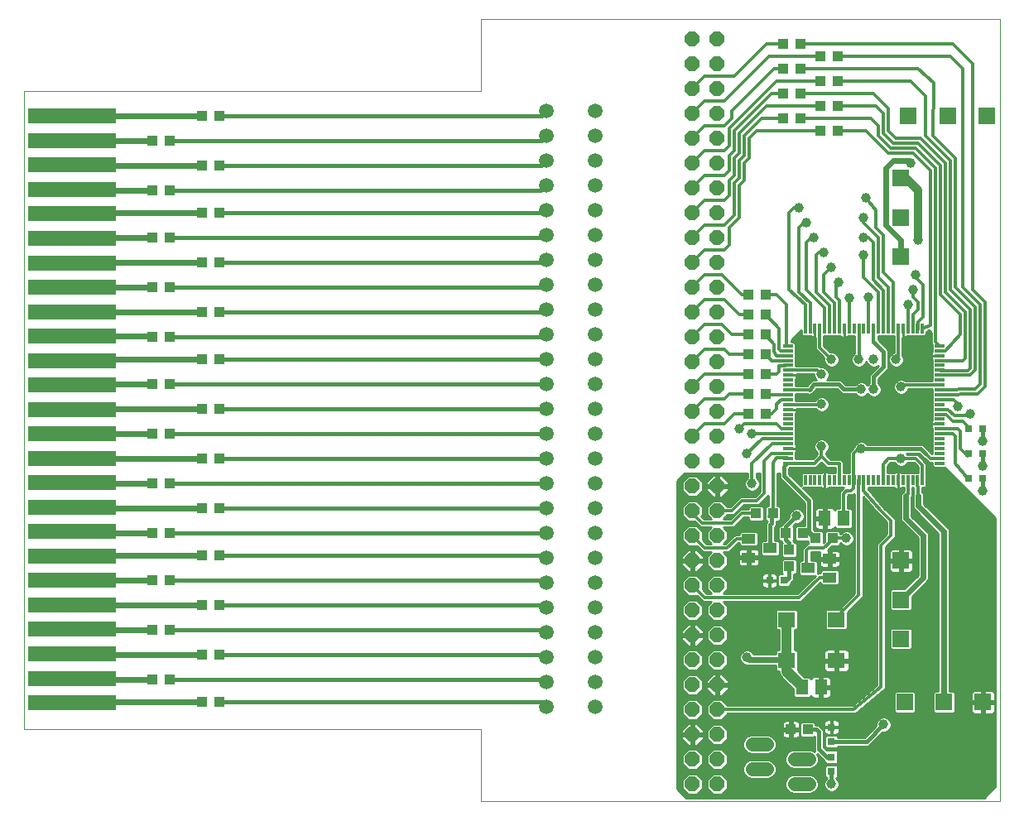
<source format=gtl>
G75*
%MOIN*%
%OFA0B0*%
%FSLAX24Y24*%
%IPPOS*%
%LPD*%
%AMOC8*
5,1,8,0,0,1.08239X$1,22.5*
%
%ADD10C,0.0000*%
%ADD11C,0.0591*%
%ADD12R,0.3543X0.0591*%
%ADD13R,0.0394X0.0433*%
%ADD14OC8,0.0600*%
%ADD15C,0.0560*%
%ADD16R,0.0118X0.0394*%
%ADD17R,0.0394X0.0118*%
%ADD18R,0.0551X0.0394*%
%ADD19R,0.0669X0.0669*%
%ADD20R,0.0512X0.0591*%
%ADD21R,0.0709X0.0630*%
%ADD22R,0.0315X0.0315*%
%ADD23R,0.0433X0.0394*%
%ADD24C,0.0394*%
%ADD25C,0.0320*%
%ADD26C,0.0240*%
%ADD27C,0.0100*%
%ADD28C,0.0160*%
%ADD29C,0.0120*%
%ADD30C,0.0400*%
D10*
X000450Y003000D02*
X018850Y003000D01*
X018850Y000100D01*
X039720Y000100D01*
X039720Y031596D01*
X018850Y031596D01*
X018850Y028700D01*
X000450Y028700D01*
X000450Y003000D01*
D11*
X021481Y003924D03*
X021481Y004924D03*
X021481Y005924D03*
X021481Y006924D03*
X021481Y007924D03*
X021481Y008924D03*
X021481Y009924D03*
X021481Y010924D03*
X021481Y011924D03*
X021481Y012924D03*
X021481Y013924D03*
X021481Y014924D03*
X021481Y015924D03*
X021481Y016924D03*
X021481Y017924D03*
X021481Y018924D03*
X021481Y019924D03*
X021481Y020924D03*
X021481Y021924D03*
X021481Y022924D03*
X021481Y023924D03*
X021481Y024924D03*
X021481Y025924D03*
X021481Y026924D03*
X021481Y027924D03*
X023450Y027924D03*
X023450Y026924D03*
X023450Y025924D03*
X023450Y024924D03*
X023450Y023924D03*
X023450Y022924D03*
X023450Y021924D03*
X023450Y020924D03*
X023450Y019924D03*
X023450Y018924D03*
X023450Y017924D03*
X023450Y016924D03*
X023450Y015924D03*
X023450Y014924D03*
X023450Y013924D03*
X023450Y012924D03*
X023450Y011924D03*
X023450Y010924D03*
X023450Y009924D03*
X023450Y008924D03*
X023450Y007924D03*
X023450Y006924D03*
X023450Y005924D03*
X023450Y004924D03*
X023450Y003924D03*
D12*
X002372Y004078D03*
X002372Y005062D03*
X002372Y006046D03*
X002372Y007031D03*
X002372Y008015D03*
X002372Y008999D03*
X002372Y009983D03*
X002372Y010968D03*
X002372Y011952D03*
X002372Y012936D03*
X002372Y013920D03*
X002372Y014905D03*
X002372Y015889D03*
X002372Y016873D03*
X002372Y017857D03*
X002372Y018842D03*
X002372Y019826D03*
X002372Y020810D03*
X002372Y021794D03*
X002372Y022779D03*
X002372Y023763D03*
X002372Y024747D03*
X002372Y025731D03*
X002372Y026716D03*
X002372Y027700D03*
D13*
X005615Y026700D03*
X006285Y026700D03*
X007615Y025700D03*
X008285Y025700D03*
X006285Y024700D03*
X005615Y024700D03*
X007615Y023800D03*
X008285Y023800D03*
X006285Y022800D03*
X005615Y022800D03*
X007615Y021800D03*
X008285Y021800D03*
X006285Y020800D03*
X005615Y020800D03*
X007615Y019800D03*
X008285Y019800D03*
X006285Y018800D03*
X005615Y018800D03*
X007615Y017900D03*
X008285Y017900D03*
X006285Y016900D03*
X005615Y016900D03*
X007615Y015900D03*
X008285Y015900D03*
X006285Y014900D03*
X005615Y014900D03*
X007615Y013900D03*
X008285Y013900D03*
X006285Y012900D03*
X005615Y012900D03*
X007615Y011900D03*
X008285Y011900D03*
X006285Y010900D03*
X005615Y010900D03*
X007615Y010000D03*
X008285Y010000D03*
X006285Y009000D03*
X005615Y009000D03*
X007615Y008000D03*
X008285Y008000D03*
X006285Y007000D03*
X005615Y007000D03*
X007615Y006000D03*
X008285Y006000D03*
X006285Y005000D03*
X005615Y005000D03*
X007615Y004100D03*
X008285Y004100D03*
X029615Y015700D03*
X030285Y015700D03*
X030285Y016500D03*
X029615Y016500D03*
X029615Y017300D03*
X030285Y017300D03*
X030285Y018100D03*
X029615Y018100D03*
X029615Y018900D03*
X030285Y018900D03*
X030285Y019700D03*
X029615Y019700D03*
X029615Y020500D03*
X030285Y020500D03*
X032515Y027100D03*
X033185Y027100D03*
X033185Y028100D03*
X032515Y028100D03*
X031685Y028600D03*
X031015Y028600D03*
X031015Y027600D03*
X031685Y027600D03*
X032515Y029100D03*
X033185Y029100D03*
X033185Y030100D03*
X032515Y030100D03*
X031685Y030600D03*
X031015Y030600D03*
X031015Y029600D03*
X031685Y029600D03*
X030585Y011700D03*
X029915Y011700D03*
X031115Y010900D03*
X031785Y010900D03*
X032315Y010700D03*
X032985Y010700D03*
X031985Y003000D03*
X031315Y003000D03*
X008285Y027700D03*
X007615Y027700D03*
D14*
X027350Y027800D03*
X027350Y026800D03*
X027350Y025800D03*
X027350Y024800D03*
X027350Y023800D03*
X028350Y023800D03*
X028350Y024800D03*
X028350Y025800D03*
X028350Y026800D03*
X028350Y027800D03*
X028350Y028800D03*
X027350Y028800D03*
X027350Y029800D03*
X027350Y030800D03*
X028350Y030800D03*
X028350Y029800D03*
X028350Y022800D03*
X028350Y021800D03*
X028350Y020800D03*
X028350Y019800D03*
X028350Y018800D03*
X028350Y017800D03*
X028350Y016800D03*
X027350Y016800D03*
X027350Y017800D03*
X027350Y018800D03*
X027350Y019800D03*
X027350Y020800D03*
X027350Y021800D03*
X027350Y022800D03*
X027350Y015800D03*
X027350Y014800D03*
X027350Y013800D03*
X027350Y012800D03*
X027350Y011800D03*
X027350Y010800D03*
X028350Y010800D03*
X028350Y011800D03*
X028350Y012800D03*
X028350Y013800D03*
X028350Y014800D03*
X028350Y015800D03*
X028350Y009800D03*
X028350Y008800D03*
X028350Y007800D03*
X028350Y006800D03*
X028350Y005800D03*
X028350Y004800D03*
X027350Y004800D03*
X027350Y005800D03*
X027350Y006800D03*
X027350Y007800D03*
X027350Y008800D03*
X027350Y009800D03*
X027350Y003800D03*
X027350Y002800D03*
X027350Y001800D03*
X027350Y000800D03*
X028350Y000800D03*
X028350Y001800D03*
X028350Y002800D03*
X028350Y003800D03*
D15*
X029770Y002400D02*
X030330Y002400D01*
X030330Y001400D02*
X029770Y001400D01*
X031470Y001800D02*
X032030Y001800D01*
X032030Y000800D02*
X031470Y000800D01*
D16*
X031888Y013037D03*
X032085Y013037D03*
X032282Y013037D03*
X032479Y013037D03*
X032676Y013037D03*
X032872Y013037D03*
X033069Y013037D03*
X033266Y013037D03*
X033463Y013037D03*
X033660Y013037D03*
X033857Y013037D03*
X034054Y013037D03*
X034250Y013037D03*
X034447Y013037D03*
X034644Y013037D03*
X034841Y013037D03*
X035038Y013037D03*
X035235Y013037D03*
X035431Y013037D03*
X035628Y013037D03*
X035825Y013037D03*
X036022Y013037D03*
X036219Y013037D03*
X036416Y013037D03*
X036613Y013037D03*
X036613Y019140D03*
X036416Y019140D03*
X036219Y019140D03*
X036022Y019140D03*
X035825Y019140D03*
X035628Y019140D03*
X035431Y019140D03*
X035235Y019140D03*
X035038Y019140D03*
X034841Y019140D03*
X034644Y019140D03*
X034447Y019140D03*
X034250Y019140D03*
X034054Y019140D03*
X033857Y019140D03*
X033660Y019140D03*
X033463Y019140D03*
X033266Y019140D03*
X033069Y019140D03*
X032872Y019140D03*
X032676Y019140D03*
X032479Y019140D03*
X032282Y019140D03*
X032085Y019140D03*
X031888Y019140D03*
D17*
X031199Y018451D03*
X031199Y018254D03*
X031199Y018057D03*
X031199Y017860D03*
X031199Y017663D03*
X031199Y017466D03*
X031199Y017270D03*
X031199Y017073D03*
X031199Y016876D03*
X031199Y016679D03*
X031199Y016482D03*
X031199Y016285D03*
X031199Y016088D03*
X031199Y015892D03*
X031199Y015695D03*
X031199Y015498D03*
X031199Y015301D03*
X031199Y015104D03*
X031199Y014907D03*
X031199Y014711D03*
X031199Y014514D03*
X031199Y014317D03*
X031199Y014120D03*
X031199Y013923D03*
X031199Y013726D03*
X037302Y013726D03*
X037302Y013923D03*
X037302Y014120D03*
X037302Y014317D03*
X037302Y014514D03*
X037302Y014711D03*
X037302Y014907D03*
X037302Y015104D03*
X037302Y015301D03*
X037302Y015498D03*
X037302Y015695D03*
X037302Y015892D03*
X037302Y016088D03*
X037302Y016285D03*
X037302Y016482D03*
X037302Y016679D03*
X037302Y016876D03*
X037302Y017073D03*
X037302Y017270D03*
X037302Y017466D03*
X037302Y017663D03*
X037302Y017860D03*
X037302Y018057D03*
X037302Y018254D03*
X037302Y018451D03*
D18*
X029617Y010674D03*
X029617Y009926D03*
X030483Y010300D03*
X032017Y009500D03*
X032883Y009874D03*
X032883Y009126D03*
D19*
X035750Y009800D03*
X035750Y008225D03*
X035750Y006650D03*
X035900Y004100D03*
X037475Y004100D03*
X039050Y004100D03*
X035750Y022050D03*
X035750Y023625D03*
X035750Y025200D03*
X036050Y027700D03*
X037625Y027700D03*
X039200Y027700D03*
D20*
X033424Y011500D03*
X032676Y011500D03*
X032524Y004700D03*
X031776Y004700D03*
D21*
X031150Y005773D03*
X031150Y007427D03*
X033150Y007427D03*
X033150Y005773D03*
D22*
X032950Y003095D03*
X032950Y002505D03*
X032950Y001895D03*
X032950Y001305D03*
X031045Y009000D03*
X030455Y009000D03*
X038455Y013100D03*
X039045Y013100D03*
X039045Y014100D03*
X038455Y014100D03*
X038455Y015100D03*
X039045Y015100D03*
D23*
X031250Y010235D03*
X031250Y009565D03*
D24*
X029750Y009000D03*
X029550Y007000D03*
X029550Y005900D03*
X032450Y008400D03*
X033550Y009900D03*
X033550Y010700D03*
X034650Y011200D03*
X035150Y012300D03*
X035750Y013900D03*
X035050Y014700D03*
X034150Y014300D03*
X033250Y014700D03*
X032550Y014400D03*
X031950Y014700D03*
X032550Y016100D03*
X033250Y016300D03*
X034150Y016700D03*
X034650Y016700D03*
X035050Y016300D03*
X035750Y016800D03*
X036450Y017400D03*
X035550Y017900D03*
X036250Y018200D03*
X034650Y017900D03*
X034050Y017900D03*
X033350Y018400D03*
X032950Y017900D03*
X032550Y017300D03*
X032050Y017900D03*
X032050Y018400D03*
X033660Y020390D03*
X033250Y021000D03*
X032950Y021600D03*
X032650Y022200D03*
X032250Y022800D03*
X031950Y023400D03*
X031650Y024000D03*
X034250Y023600D03*
X034350Y024400D03*
X034250Y022800D03*
X034250Y022100D03*
X034450Y020400D03*
X036020Y020100D03*
X036250Y020700D03*
X036350Y021300D03*
X036450Y022700D03*
X036150Y025800D03*
X038050Y016000D03*
X038550Y015700D03*
X039050Y014600D03*
X039050Y013600D03*
X039050Y012600D03*
X037850Y011700D03*
X037060Y010520D03*
X032950Y012200D03*
X031550Y011600D03*
X029750Y012900D03*
X029550Y014100D03*
X029750Y014900D03*
X029250Y015100D03*
X036450Y015400D03*
X036650Y005800D03*
X036650Y005000D03*
X035050Y003200D03*
X034450Y005100D03*
X032950Y000800D03*
D25*
X036450Y022700D02*
X036450Y024700D01*
X035950Y025200D01*
X035750Y025200D01*
D26*
X035150Y025600D02*
X035450Y025900D01*
X036050Y025900D01*
X036150Y025800D01*
X035150Y025600D02*
X035150Y023300D01*
X035750Y022700D01*
X035750Y022050D01*
X035950Y012400D02*
X035950Y011500D01*
X036650Y010800D01*
X036650Y009125D01*
X035750Y008225D01*
X033150Y005800D02*
X033050Y005700D01*
X033150Y005700D01*
X033150Y005773D01*
X031776Y004874D02*
X031776Y004700D01*
X031776Y004874D02*
X031200Y005450D01*
X031200Y005650D01*
X031050Y005800D01*
X029650Y005800D01*
X029550Y005900D01*
X036450Y012000D02*
X036450Y012400D01*
X036450Y012000D02*
X037475Y010975D01*
X037475Y004100D01*
X007615Y004100D02*
X002244Y004100D01*
X002372Y004078D01*
X002059Y004900D02*
X002372Y005062D01*
X002150Y005000D02*
X002050Y004900D01*
X002059Y004900D01*
X002150Y005000D02*
X005615Y005000D01*
X007615Y006000D02*
X002268Y006000D01*
X002372Y006046D01*
X002252Y007000D02*
X002372Y007031D01*
X002252Y007000D02*
X005615Y007000D01*
X007615Y008000D02*
X002237Y008000D01*
X002372Y008015D01*
X002372Y008999D02*
X002222Y009000D01*
X005615Y009000D01*
X007615Y010000D02*
X002238Y010000D01*
X002372Y009983D01*
X002289Y010900D02*
X002372Y010968D01*
X002289Y010900D02*
X005615Y010900D01*
X007615Y011900D02*
X002274Y011900D01*
X002372Y011952D01*
X002258Y012900D02*
X002372Y012936D01*
X002258Y012900D02*
X005615Y012900D01*
X007615Y013900D02*
X002242Y013900D01*
X002372Y013920D01*
X002372Y014905D02*
X002226Y014900D01*
X005615Y014900D01*
X005650Y014900D01*
X007615Y015900D02*
X002233Y015900D01*
X002372Y015889D01*
X002372Y016873D02*
X002248Y016900D01*
X005615Y016900D01*
X007615Y017900D02*
X002264Y017900D01*
X002372Y017857D01*
X002372Y018842D02*
X005574Y018842D01*
X005615Y018800D01*
X007615Y019800D02*
X002550Y019800D01*
X002450Y019900D01*
X002296Y019900D01*
X002372Y019826D01*
X002232Y020800D02*
X002372Y020810D01*
X002232Y020800D02*
X005615Y020800D01*
X007615Y021800D02*
X002227Y021800D01*
X002372Y021794D01*
X002372Y022779D02*
X002243Y022800D01*
X005615Y022800D01*
X007615Y023800D02*
X002259Y023800D01*
X002372Y023763D01*
X002269Y024700D02*
X002372Y024747D01*
X002269Y024700D02*
X005615Y024700D01*
X007615Y025700D02*
X002253Y025700D01*
X002372Y025731D01*
X002237Y026700D02*
X002372Y026716D01*
X002237Y026700D02*
X005615Y026700D01*
X007615Y027700D02*
X002372Y027700D01*
D27*
X026750Y013000D02*
X027050Y013300D01*
X029580Y013300D01*
X029580Y013162D01*
X029576Y013160D01*
X029490Y013074D01*
X029443Y012961D01*
X029443Y012839D01*
X029490Y012726D01*
X029576Y012640D01*
X029689Y012593D01*
X029811Y012593D01*
X029924Y012640D01*
X030010Y012726D01*
X030057Y012839D01*
X030057Y012961D01*
X030010Y013074D01*
X029924Y013160D01*
X029920Y013162D01*
X029920Y013300D01*
X030080Y013300D01*
X030080Y012570D01*
X029880Y012370D01*
X029280Y012370D01*
X028880Y011970D01*
X028760Y011970D01*
X028520Y012210D01*
X028180Y012210D01*
X027940Y011970D01*
X027940Y011630D01*
X028100Y011470D01*
X027820Y011470D01*
X027710Y011580D01*
X027760Y011630D01*
X027760Y011970D01*
X027520Y012210D01*
X027180Y012210D01*
X026940Y011970D01*
X026940Y011630D01*
X027180Y011390D01*
X027420Y011390D01*
X027580Y011230D01*
X027680Y011130D01*
X028100Y011130D01*
X027940Y010970D01*
X027940Y010630D01*
X028100Y010470D01*
X027920Y010470D01*
X027760Y010630D01*
X027760Y010970D01*
X027520Y011210D01*
X027180Y011210D01*
X026940Y010970D01*
X026940Y010630D01*
X027180Y010390D01*
X027520Y010390D01*
X027780Y010130D01*
X028100Y010130D01*
X027940Y009970D01*
X027940Y009630D01*
X028180Y009390D01*
X028520Y009390D01*
X028760Y009630D01*
X028760Y009970D01*
X028600Y010130D01*
X028820Y010130D01*
X028920Y010230D01*
X029194Y010504D01*
X029231Y010504D01*
X029231Y010432D01*
X029296Y010367D01*
X029938Y010367D01*
X030003Y010432D01*
X030003Y010916D01*
X029938Y010981D01*
X029296Y010981D01*
X029231Y010916D01*
X029231Y010844D01*
X029054Y010844D01*
X028680Y010470D01*
X028600Y010470D01*
X028760Y010630D01*
X028760Y010970D01*
X028600Y011130D01*
X029020Y011130D01*
X029420Y011530D01*
X029609Y011530D01*
X029609Y011438D01*
X029673Y011373D01*
X030158Y011373D01*
X030222Y011438D01*
X030222Y011962D01*
X030158Y012027D01*
X029673Y012027D01*
X029609Y011962D01*
X029609Y011870D01*
X029280Y011870D01*
X029180Y011770D01*
X028880Y011470D01*
X028600Y011470D01*
X028760Y011630D01*
X029020Y011630D01*
X029420Y012030D01*
X030020Y012030D01*
X030320Y012330D01*
X030320Y012330D01*
X030415Y012424D01*
X030415Y012027D01*
X030342Y012027D01*
X030278Y011962D01*
X030278Y011438D01*
X030342Y011373D01*
X030355Y011373D01*
X030293Y011312D01*
X030293Y010607D01*
X030162Y010607D01*
X030097Y010542D01*
X030097Y010058D01*
X030162Y009993D01*
X030804Y009993D01*
X030869Y010058D01*
X030869Y010542D01*
X030804Y010607D01*
X030673Y010607D01*
X030673Y011154D01*
X030740Y011221D01*
X030740Y011373D01*
X030827Y011373D01*
X030891Y011438D01*
X030891Y011962D01*
X030827Y012027D01*
X030755Y012027D01*
X030755Y013300D01*
X030860Y013300D01*
X030860Y013121D01*
X030971Y013010D01*
X031860Y012121D01*
X031860Y011227D01*
X031542Y011227D01*
X031478Y011162D01*
X031478Y010638D01*
X031542Y010573D01*
X032009Y010573D01*
X032009Y010470D01*
X031980Y010470D01*
X031880Y010370D01*
X031780Y010270D01*
X031780Y009807D01*
X031696Y009807D01*
X031631Y009742D01*
X031631Y009258D01*
X031696Y009193D01*
X032303Y009193D01*
X031580Y008470D01*
X028600Y008470D01*
X028760Y008630D01*
X028760Y008970D01*
X028520Y009210D01*
X028180Y009210D01*
X027940Y008970D01*
X027940Y008630D01*
X028100Y008470D01*
X027920Y008470D01*
X027760Y008630D01*
X027760Y008970D01*
X027520Y009210D01*
X027180Y009210D01*
X026940Y008970D01*
X026940Y008630D01*
X027180Y008390D01*
X027520Y008390D01*
X027780Y008130D01*
X028100Y008130D01*
X027940Y007970D01*
X027940Y007630D01*
X028180Y007390D01*
X028520Y007390D01*
X028760Y007630D01*
X028760Y007970D01*
X028600Y008130D01*
X031720Y008130D01*
X031820Y008230D01*
X032497Y008907D01*
X032497Y008884D01*
X032562Y008819D01*
X033204Y008819D01*
X033269Y008884D01*
X033269Y009368D01*
X033204Y009433D01*
X032562Y009433D01*
X032497Y009368D01*
X032497Y009296D01*
X032406Y009296D01*
X032403Y009293D01*
X032403Y009742D01*
X032338Y009807D01*
X032120Y009807D01*
X032120Y010130D01*
X032468Y010130D01*
X032468Y010129D01*
X032457Y010091D01*
X032457Y009922D01*
X032835Y009922D01*
X032835Y009826D01*
X032457Y009826D01*
X032457Y009657D01*
X032468Y009619D01*
X032487Y009585D01*
X032515Y009557D01*
X032550Y009537D01*
X032588Y009527D01*
X032835Y009527D01*
X032835Y009826D01*
X032931Y009826D01*
X032931Y009527D01*
X033178Y009527D01*
X033217Y009537D01*
X033251Y009557D01*
X033279Y009585D01*
X033298Y009619D01*
X033309Y009657D01*
X033309Y009826D01*
X032932Y009826D01*
X032932Y009922D01*
X033309Y009922D01*
X033309Y010091D01*
X033298Y010129D01*
X033279Y010163D01*
X033251Y010191D01*
X033217Y010211D01*
X033178Y010221D01*
X032931Y010221D01*
X032931Y009922D01*
X032835Y009922D01*
X032835Y010221D01*
X032811Y010221D01*
X032820Y010230D01*
X032964Y010373D01*
X033227Y010373D01*
X033291Y010438D01*
X033291Y010525D01*
X033376Y010440D01*
X033489Y010393D01*
X033611Y010393D01*
X033724Y010440D01*
X033810Y010526D01*
X033857Y010639D01*
X033857Y010761D01*
X033810Y010874D01*
X033724Y010960D01*
X033611Y011007D01*
X033489Y011007D01*
X033376Y010960D01*
X033291Y010875D01*
X033291Y010962D01*
X033227Y011027D01*
X032742Y011027D01*
X032678Y010962D01*
X032678Y010568D01*
X032622Y010513D01*
X032622Y010962D01*
X032558Y011027D01*
X032258Y011027D01*
X032240Y011044D01*
X032240Y012279D01*
X031788Y012730D01*
X032514Y012730D01*
X032524Y012720D01*
X032559Y012701D01*
X032597Y012690D01*
X032676Y012690D01*
X032754Y012690D01*
X032793Y012701D01*
X032827Y012720D01*
X032837Y012730D01*
X033440Y012730D01*
X033380Y012670D01*
X033254Y012544D01*
X033254Y011905D01*
X033123Y011905D01*
X033071Y011854D01*
X033052Y011887D01*
X033024Y011915D01*
X032990Y011935D01*
X032952Y011945D01*
X032726Y011945D01*
X032726Y011550D01*
X032626Y011550D01*
X032626Y011945D01*
X032400Y011945D01*
X032362Y011935D01*
X032328Y011915D01*
X032300Y011887D01*
X032280Y011853D01*
X032270Y011815D01*
X032270Y011550D01*
X032626Y011550D01*
X032626Y011450D01*
X032726Y011450D01*
X032726Y011055D01*
X032952Y011055D01*
X032990Y011065D01*
X033024Y011085D01*
X033052Y011113D01*
X033071Y011146D01*
X033123Y011095D01*
X033725Y011095D01*
X033790Y011159D01*
X033790Y011841D01*
X033725Y011905D01*
X033594Y011905D01*
X033594Y012404D01*
X033620Y012430D01*
X033820Y012430D01*
X033880Y012490D01*
X033880Y008470D01*
X033261Y007852D01*
X032750Y007852D01*
X032686Y007787D01*
X032686Y007066D01*
X032750Y007002D01*
X033550Y007002D01*
X033614Y007066D01*
X033614Y007724D01*
X034120Y008230D01*
X034120Y008230D01*
X034220Y008330D01*
X034220Y012376D01*
X034780Y011736D01*
X034780Y011730D01*
X034826Y011684D01*
X034868Y011635D01*
X034875Y011635D01*
X035180Y011330D01*
X035180Y010870D01*
X034780Y010470D01*
X034780Y004781D01*
X033789Y003970D01*
X028760Y003970D01*
X028520Y004210D01*
X028180Y004210D01*
X027940Y003970D01*
X027940Y003630D01*
X028180Y003390D01*
X028520Y003390D01*
X028760Y003630D01*
X033842Y003630D01*
X033903Y003624D01*
X033911Y003630D01*
X033920Y003630D01*
X033964Y003674D01*
X035011Y004530D01*
X035020Y004530D01*
X035064Y004574D01*
X035112Y004613D01*
X035113Y004623D01*
X035120Y004630D01*
X035120Y004692D01*
X035126Y004753D01*
X035120Y004761D01*
X035120Y010330D01*
X035420Y010630D01*
X035520Y010730D01*
X035520Y011470D01*
X035074Y011916D01*
X034420Y012664D01*
X034420Y012730D01*
X035467Y012730D01*
X035477Y012720D01*
X035511Y012701D01*
X035550Y012690D01*
X035628Y012690D01*
X035628Y013037D01*
X035628Y013037D01*
X035628Y012690D01*
X035707Y012690D01*
X035745Y012701D01*
X035779Y012720D01*
X035790Y012730D01*
X035852Y012730D01*
X035852Y012627D01*
X035720Y012495D01*
X035720Y011405D01*
X036420Y010705D01*
X036420Y009220D01*
X035869Y008670D01*
X035370Y008670D01*
X035305Y008605D01*
X035305Y007845D01*
X035370Y007781D01*
X036130Y007781D01*
X036195Y007845D01*
X036195Y008345D01*
X036880Y009030D01*
X036880Y010895D01*
X036745Y011030D01*
X036180Y011595D01*
X036180Y012390D01*
X036192Y012402D01*
X036192Y012730D01*
X036248Y012730D01*
X036250Y012582D01*
X036239Y012564D01*
X036248Y012523D01*
X036220Y012495D01*
X036220Y011905D01*
X036355Y011770D01*
X037245Y010880D01*
X037245Y004545D01*
X037095Y004545D01*
X037031Y004480D01*
X037031Y003720D01*
X037095Y003655D01*
X037855Y003655D01*
X037920Y003720D01*
X037920Y004480D01*
X037855Y004545D01*
X037705Y004545D01*
X037705Y011070D01*
X036680Y012095D01*
X036680Y012495D01*
X036590Y012586D01*
X036588Y012730D01*
X036717Y012730D01*
X036782Y012795D01*
X036782Y012966D01*
X036783Y012967D01*
X036783Y013708D01*
X036683Y013807D01*
X036520Y013970D01*
X036420Y014070D01*
X036012Y014070D01*
X036010Y014074D01*
X035974Y014110D01*
X036471Y014110D01*
X036671Y013910D01*
X036700Y013910D01*
X036856Y013753D01*
X036995Y013753D01*
X036995Y013622D01*
X037059Y013557D01*
X037493Y013557D01*
X039550Y011500D01*
X039550Y000700D01*
X039100Y000250D01*
X027100Y000250D01*
X026750Y000600D01*
X026750Y013000D01*
X026754Y013004D02*
X026974Y013004D01*
X026940Y012970D02*
X026940Y012630D01*
X027180Y012390D01*
X027520Y012390D01*
X027760Y012630D01*
X027760Y012970D01*
X027520Y013210D01*
X027180Y013210D01*
X026940Y012970D01*
X026940Y012905D02*
X026750Y012905D01*
X026750Y012807D02*
X026940Y012807D01*
X026940Y012708D02*
X026750Y012708D01*
X026750Y012610D02*
X026961Y012610D01*
X027059Y012511D02*
X026750Y012511D01*
X026750Y012413D02*
X027158Y012413D01*
X027087Y012117D02*
X026750Y012117D01*
X026750Y012019D02*
X026989Y012019D01*
X026940Y011920D02*
X026750Y011920D01*
X026750Y011822D02*
X026940Y011822D01*
X026940Y011723D02*
X026750Y011723D01*
X026750Y011625D02*
X026946Y011625D01*
X027044Y011526D02*
X026750Y011526D01*
X026750Y011428D02*
X027143Y011428D01*
X027102Y011132D02*
X026750Y011132D01*
X026750Y011034D02*
X027004Y011034D01*
X026940Y010935D02*
X026750Y010935D01*
X026750Y010837D02*
X026940Y010837D01*
X026940Y010738D02*
X026750Y010738D01*
X026750Y010640D02*
X026940Y010640D01*
X027029Y010541D02*
X026750Y010541D01*
X026750Y010443D02*
X027128Y010443D01*
X027164Y010250D02*
X026900Y009986D01*
X026900Y009850D01*
X027300Y009850D01*
X027300Y010250D01*
X027164Y010250D01*
X027159Y010246D02*
X026750Y010246D01*
X026750Y010344D02*
X027566Y010344D01*
X027536Y010250D02*
X027400Y010250D01*
X027400Y009850D01*
X027300Y009850D01*
X027300Y009750D01*
X026900Y009750D01*
X026900Y009614D01*
X027164Y009350D01*
X027300Y009350D01*
X027300Y009750D01*
X027400Y009750D01*
X027400Y009850D01*
X027800Y009850D01*
X027800Y009986D01*
X027536Y010250D01*
X027541Y010246D02*
X027664Y010246D01*
X027639Y010147D02*
X027763Y010147D01*
X027738Y010049D02*
X028019Y010049D01*
X027940Y009950D02*
X027800Y009950D01*
X027800Y009852D02*
X027940Y009852D01*
X027940Y009753D02*
X027400Y009753D01*
X027400Y009750D02*
X027800Y009750D01*
X027800Y009614D01*
X027536Y009350D01*
X027400Y009350D01*
X027400Y009750D01*
X027400Y009655D02*
X027300Y009655D01*
X027300Y009753D02*
X026750Y009753D01*
X026750Y009655D02*
X026900Y009655D01*
X026958Y009556D02*
X026750Y009556D01*
X026750Y009458D02*
X027056Y009458D01*
X027155Y009359D02*
X026750Y009359D01*
X026750Y009261D02*
X030188Y009261D01*
X030177Y009250D02*
X030157Y009215D01*
X030147Y009177D01*
X030147Y009029D01*
X030426Y009029D01*
X030426Y009307D01*
X030277Y009307D01*
X030239Y009297D01*
X030205Y009278D01*
X030177Y009250D01*
X030147Y009162D02*
X028568Y009162D01*
X028666Y009064D02*
X030147Y009064D01*
X030147Y008971D02*
X030147Y008823D01*
X030157Y008785D01*
X030177Y008750D01*
X030205Y008722D01*
X030239Y008703D01*
X030277Y008693D01*
X030426Y008693D01*
X030426Y008971D01*
X030483Y008971D01*
X030483Y008693D01*
X030632Y008693D01*
X030670Y008703D01*
X030704Y008722D01*
X030732Y008750D01*
X030752Y008785D01*
X030762Y008823D01*
X030762Y008971D01*
X030483Y008971D01*
X030483Y009029D01*
X030426Y009029D01*
X030426Y008971D01*
X030147Y008971D01*
X030147Y008965D02*
X028760Y008965D01*
X028760Y008867D02*
X030147Y008867D01*
X030167Y008768D02*
X028760Y008768D01*
X028760Y008670D02*
X031779Y008670D01*
X031878Y008768D02*
X031284Y008768D01*
X031313Y008797D02*
X031313Y008894D01*
X031329Y008910D01*
X031440Y009021D01*
X031440Y009259D01*
X031512Y009259D01*
X031577Y009323D01*
X031577Y009808D01*
X031512Y009872D01*
X030988Y009872D01*
X030923Y009808D01*
X030923Y009323D01*
X030979Y009267D01*
X030842Y009267D01*
X030778Y009203D01*
X030778Y008797D01*
X030842Y008733D01*
X031248Y008733D01*
X031313Y008797D01*
X031313Y008867D02*
X031976Y008867D01*
X032075Y008965D02*
X031384Y008965D01*
X031440Y009064D02*
X032173Y009064D01*
X032272Y009162D02*
X031440Y009162D01*
X031514Y009261D02*
X031631Y009261D01*
X031631Y009359D02*
X031577Y009359D01*
X031577Y009458D02*
X031631Y009458D01*
X031631Y009556D02*
X031577Y009556D01*
X031577Y009655D02*
X031631Y009655D01*
X031642Y009753D02*
X031577Y009753D01*
X031533Y009852D02*
X031780Y009852D01*
X031780Y009950D02*
X031534Y009950D01*
X031512Y009928D02*
X031577Y009992D01*
X031577Y010477D01*
X031512Y010541D01*
X031440Y010541D01*
X031440Y010579D01*
X031401Y010617D01*
X031422Y010638D01*
X031422Y011162D01*
X031401Y011183D01*
X031512Y011293D01*
X031611Y011293D01*
X031724Y011340D01*
X031810Y011426D01*
X031857Y011539D01*
X031857Y011661D01*
X031810Y011774D01*
X031724Y011860D01*
X031611Y011907D01*
X031489Y011907D01*
X031376Y011860D01*
X031290Y011774D01*
X031243Y011661D01*
X031243Y011562D01*
X030925Y011244D01*
X030925Y011227D01*
X030873Y011227D01*
X030809Y011162D01*
X030809Y010638D01*
X030873Y010573D01*
X030925Y010573D01*
X030925Y010556D01*
X030964Y010517D01*
X030923Y010477D01*
X030923Y009992D01*
X030988Y009928D01*
X031512Y009928D01*
X031577Y010049D02*
X031780Y010049D01*
X031780Y010147D02*
X031577Y010147D01*
X031577Y010246D02*
X031780Y010246D01*
X031854Y010344D02*
X031577Y010344D01*
X031577Y010443D02*
X031952Y010443D01*
X032009Y010541D02*
X031513Y010541D01*
X031478Y010640D02*
X031422Y010640D01*
X031422Y010738D02*
X031478Y010738D01*
X031478Y010837D02*
X031422Y010837D01*
X031422Y010935D02*
X031478Y010935D01*
X031478Y011034D02*
X031422Y011034D01*
X031422Y011132D02*
X031478Y011132D01*
X031449Y011231D02*
X031860Y011231D01*
X031860Y011329D02*
X031698Y011329D01*
X031811Y011428D02*
X031860Y011428D01*
X031851Y011526D02*
X031860Y011526D01*
X031857Y011625D02*
X031860Y011625D01*
X031860Y011723D02*
X031831Y011723D01*
X031860Y011822D02*
X031762Y011822D01*
X031860Y011920D02*
X030891Y011920D01*
X030891Y011822D02*
X031338Y011822D01*
X031269Y011723D02*
X030891Y011723D01*
X030891Y011625D02*
X031243Y011625D01*
X031207Y011526D02*
X030891Y011526D01*
X030881Y011428D02*
X031109Y011428D01*
X031010Y011329D02*
X030740Y011329D01*
X030740Y011231D02*
X030925Y011231D01*
X030809Y011132D02*
X030673Y011132D01*
X030673Y011034D02*
X030809Y011034D01*
X030809Y010935D02*
X030673Y010935D01*
X030673Y010837D02*
X030809Y010837D01*
X030809Y010738D02*
X030673Y010738D01*
X030673Y010640D02*
X030809Y010640D01*
X030869Y010541D02*
X030940Y010541D01*
X030923Y010443D02*
X030869Y010443D01*
X030869Y010344D02*
X030923Y010344D01*
X030923Y010246D02*
X030869Y010246D01*
X030869Y010147D02*
X030923Y010147D01*
X030923Y010049D02*
X030860Y010049D01*
X030966Y009950D02*
X029665Y009950D01*
X029665Y009974D02*
X030043Y009974D01*
X030043Y010143D01*
X030032Y010181D01*
X030013Y010215D01*
X029985Y010243D01*
X029950Y010263D01*
X029912Y010273D01*
X029665Y010273D01*
X029665Y009974D01*
X029569Y009974D01*
X029568Y009974D02*
X029568Y009878D01*
X029191Y009878D01*
X029191Y009709D01*
X029202Y009671D01*
X029221Y009637D01*
X029249Y009609D01*
X029283Y009589D01*
X029322Y009579D01*
X029569Y009579D01*
X029569Y009878D01*
X029665Y009878D01*
X029665Y009579D01*
X029912Y009579D01*
X029950Y009589D01*
X029985Y009609D01*
X030013Y009637D01*
X030032Y009671D01*
X030043Y009709D01*
X030043Y009878D01*
X029665Y009878D01*
X029665Y009974D01*
X029665Y010049D02*
X029569Y010049D01*
X029569Y009974D02*
X029569Y010273D01*
X029322Y010273D01*
X029283Y010263D01*
X029249Y010243D01*
X029221Y010215D01*
X029202Y010181D01*
X029191Y010143D01*
X029191Y009974D01*
X029568Y009974D01*
X029568Y009950D02*
X028760Y009950D01*
X028760Y009852D02*
X029191Y009852D01*
X029191Y009753D02*
X028760Y009753D01*
X028760Y009655D02*
X029211Y009655D01*
X029569Y009655D02*
X029665Y009655D01*
X029665Y009753D02*
X029569Y009753D01*
X029569Y009852D02*
X029665Y009852D01*
X029665Y010147D02*
X029569Y010147D01*
X029569Y010246D02*
X029665Y010246D01*
X029980Y010246D02*
X030097Y010246D01*
X030097Y010344D02*
X029034Y010344D01*
X028936Y010246D02*
X029254Y010246D01*
X029193Y010147D02*
X028837Y010147D01*
X028681Y010049D02*
X029191Y010049D01*
X029231Y010443D02*
X029133Y010443D01*
X028849Y010640D02*
X028760Y010640D01*
X028760Y010738D02*
X028948Y010738D01*
X029046Y010837D02*
X028760Y010837D01*
X028760Y010935D02*
X029250Y010935D01*
X029022Y011132D02*
X030293Y011132D01*
X030293Y011034D02*
X028696Y011034D01*
X029121Y011231D02*
X030293Y011231D01*
X030310Y011329D02*
X029219Y011329D01*
X029318Y011428D02*
X029619Y011428D01*
X029609Y011526D02*
X029416Y011526D01*
X029133Y011723D02*
X029113Y011723D01*
X029034Y011625D02*
X028754Y011625D01*
X028656Y011526D02*
X028936Y011526D01*
X029212Y011822D02*
X029231Y011822D01*
X029310Y011920D02*
X029609Y011920D01*
X029665Y012019D02*
X029409Y012019D01*
X029125Y012216D02*
X026750Y012216D01*
X026750Y012314D02*
X029224Y012314D01*
X029027Y012117D02*
X028613Y012117D01*
X028711Y012019D02*
X028928Y012019D01*
X028536Y012350D02*
X028800Y012614D01*
X028800Y012750D01*
X028400Y012750D01*
X028400Y012850D01*
X028300Y012850D01*
X028300Y013250D01*
X028164Y013250D01*
X027900Y012986D01*
X027900Y012850D01*
X028300Y012850D01*
X028300Y012750D01*
X027900Y012750D01*
X027900Y012614D01*
X028164Y012350D01*
X028300Y012350D01*
X028300Y012750D01*
X028400Y012750D01*
X028400Y012350D01*
X028536Y012350D01*
X028599Y012413D02*
X029922Y012413D01*
X030021Y012511D02*
X028697Y012511D01*
X028796Y012610D02*
X029649Y012610D01*
X029508Y012708D02*
X028800Y012708D01*
X028800Y012850D02*
X028800Y012986D01*
X028536Y013250D01*
X028400Y013250D01*
X028400Y012850D01*
X028800Y012850D01*
X028800Y012905D02*
X029443Y012905D01*
X029457Y012807D02*
X028400Y012807D01*
X028400Y012905D02*
X028300Y012905D01*
X028300Y012807D02*
X027760Y012807D01*
X027760Y012905D02*
X027900Y012905D01*
X027917Y013004D02*
X027726Y013004D01*
X027628Y013102D02*
X028016Y013102D01*
X028114Y013201D02*
X027529Y013201D01*
X027171Y013201D02*
X026951Y013201D01*
X027049Y013299D02*
X029580Y013299D01*
X029580Y013201D02*
X028586Y013201D01*
X028684Y013102D02*
X029518Y013102D01*
X029461Y013004D02*
X028783Y013004D01*
X028400Y013004D02*
X028300Y013004D01*
X028300Y013102D02*
X028400Y013102D01*
X028400Y013201D02*
X028300Y013201D01*
X028300Y012708D02*
X028400Y012708D01*
X028400Y012610D02*
X028300Y012610D01*
X028300Y012511D02*
X028400Y012511D01*
X028400Y012413D02*
X028300Y012413D01*
X028101Y012413D02*
X027542Y012413D01*
X027641Y012511D02*
X028003Y012511D01*
X027904Y012610D02*
X027739Y012610D01*
X027760Y012708D02*
X027900Y012708D01*
X028087Y012117D02*
X027613Y012117D01*
X027711Y012019D02*
X027989Y012019D01*
X027940Y011920D02*
X027760Y011920D01*
X027760Y011822D02*
X027940Y011822D01*
X027940Y011723D02*
X027760Y011723D01*
X027754Y011625D02*
X027946Y011625D01*
X028044Y011526D02*
X027764Y011526D01*
X027481Y011329D02*
X026750Y011329D01*
X026750Y011231D02*
X027579Y011231D01*
X027598Y011132D02*
X027678Y011132D01*
X027696Y011034D02*
X028004Y011034D01*
X027940Y010935D02*
X027760Y010935D01*
X027760Y010837D02*
X027940Y010837D01*
X027940Y010738D02*
X027760Y010738D01*
X027760Y010640D02*
X027940Y010640D01*
X028029Y010541D02*
X027849Y010541D01*
X027400Y010246D02*
X027300Y010246D01*
X027300Y010147D02*
X027400Y010147D01*
X027400Y010049D02*
X027300Y010049D01*
X027300Y009950D02*
X027400Y009950D01*
X027400Y009852D02*
X027300Y009852D01*
X027300Y009556D02*
X027400Y009556D01*
X027400Y009458D02*
X027300Y009458D01*
X027300Y009359D02*
X027400Y009359D01*
X027545Y009359D02*
X030923Y009359D01*
X030923Y009458D02*
X028587Y009458D01*
X028686Y009556D02*
X030923Y009556D01*
X030923Y009655D02*
X030023Y009655D01*
X030043Y009753D02*
X030923Y009753D01*
X030967Y009852D02*
X030043Y009852D01*
X030043Y010049D02*
X030107Y010049D01*
X030097Y010147D02*
X030041Y010147D01*
X030003Y010443D02*
X030097Y010443D01*
X030097Y010541D02*
X030003Y010541D01*
X030003Y010640D02*
X030293Y010640D01*
X030293Y010738D02*
X030003Y010738D01*
X030003Y010837D02*
X030293Y010837D01*
X030293Y010935D02*
X029984Y010935D01*
X030212Y011428D02*
X030288Y011428D01*
X030278Y011526D02*
X030222Y011526D01*
X030222Y011625D02*
X030278Y011625D01*
X030278Y011723D02*
X030222Y011723D01*
X030222Y011822D02*
X030278Y011822D01*
X030278Y011920D02*
X030222Y011920D01*
X030166Y012019D02*
X030334Y012019D01*
X030415Y012117D02*
X030107Y012117D01*
X030206Y012216D02*
X030415Y012216D01*
X030415Y012314D02*
X030304Y012314D01*
X030403Y012413D02*
X030415Y012413D01*
X030755Y012413D02*
X031569Y012413D01*
X031470Y012511D02*
X030755Y012511D01*
X030755Y012610D02*
X031372Y012610D01*
X031273Y012708D02*
X030755Y012708D01*
X030755Y012807D02*
X031175Y012807D01*
X031076Y012905D02*
X030755Y012905D01*
X030755Y013004D02*
X030978Y013004D01*
X030879Y013102D02*
X030755Y013102D01*
X030755Y013201D02*
X030860Y013201D01*
X030860Y013299D02*
X030755Y013299D01*
X031240Y013299D02*
X031738Y013299D01*
X031719Y013280D02*
X031719Y012800D01*
X031240Y013279D01*
X031240Y013527D01*
X031270Y013556D01*
X032206Y013556D01*
X032347Y013556D01*
X032550Y013760D01*
X032780Y013530D01*
X033100Y013530D01*
X033100Y013344D01*
X032837Y013344D01*
X032827Y013354D01*
X032793Y013374D01*
X032754Y013384D01*
X032676Y013384D01*
X032676Y013037D01*
X032676Y012690D01*
X032676Y013037D01*
X032676Y013037D01*
X032676Y013037D01*
X032676Y013384D01*
X032597Y013384D01*
X032559Y013374D01*
X032524Y013354D01*
X032514Y013344D01*
X031784Y013344D01*
X031719Y013280D01*
X031719Y013201D02*
X031318Y013201D01*
X031417Y013102D02*
X031719Y013102D01*
X031719Y013004D02*
X031515Y013004D01*
X031614Y012905D02*
X031719Y012905D01*
X031712Y012807D02*
X031719Y012807D01*
X031811Y012708D02*
X032546Y012708D01*
X032676Y012708D02*
X032676Y012708D01*
X032676Y012807D02*
X032676Y012807D01*
X032676Y012905D02*
X032676Y012905D01*
X032676Y013004D02*
X032676Y013004D01*
X032676Y013102D02*
X032676Y013102D01*
X032676Y013201D02*
X032676Y013201D01*
X032676Y013299D02*
X032676Y013299D01*
X032715Y013595D02*
X032385Y013595D01*
X032483Y013693D02*
X032617Y013693D01*
X032900Y013890D02*
X033680Y013890D01*
X033680Y013792D02*
X033419Y013792D01*
X033440Y013770D02*
X033340Y013870D01*
X032920Y013870D01*
X032720Y014070D01*
X032720Y014138D01*
X032724Y014140D01*
X032810Y014226D01*
X032857Y014339D01*
X032857Y014461D01*
X032810Y014574D01*
X032724Y014660D01*
X032611Y014707D01*
X032489Y014707D01*
X032376Y014660D01*
X032290Y014574D01*
X032243Y014461D01*
X032243Y014339D01*
X032290Y014226D01*
X032376Y014140D01*
X032380Y014138D01*
X032380Y014070D01*
X032206Y013896D01*
X031506Y013896D01*
X031506Y014156D01*
X031516Y014166D01*
X031536Y014200D01*
X031546Y014238D01*
X031546Y014317D01*
X031546Y014396D01*
X031536Y014434D01*
X031516Y014468D01*
X031506Y014478D01*
X031506Y015730D01*
X031516Y015740D01*
X031536Y015775D01*
X031546Y015813D01*
X031546Y015892D01*
X031546Y015918D01*
X032298Y015918D01*
X032376Y015840D01*
X032489Y015793D01*
X032611Y015793D01*
X032724Y015840D01*
X032810Y015926D01*
X032857Y016039D01*
X032857Y016161D01*
X032810Y016274D01*
X032724Y016360D01*
X032611Y016407D01*
X032489Y016407D01*
X032376Y016360D01*
X032290Y016274D01*
X032284Y016258D01*
X031506Y016258D01*
X031506Y016510D01*
X031966Y016510D01*
X031995Y016485D01*
X032152Y016496D01*
X032337Y016710D01*
X033171Y016710D01*
X033371Y016510D01*
X033906Y016510D01*
X033976Y016440D01*
X034089Y016393D01*
X034211Y016393D01*
X034324Y016440D01*
X034400Y016516D01*
X034476Y016440D01*
X034589Y016393D01*
X034711Y016393D01*
X034824Y016440D01*
X034910Y016526D01*
X034957Y016639D01*
X034957Y016761D01*
X034910Y016874D01*
X034840Y016944D01*
X034840Y017121D01*
X035129Y017410D01*
X035240Y017521D01*
X035240Y018279D01*
X034820Y018699D01*
X034820Y018833D01*
X035458Y018833D01*
X035458Y018194D01*
X035376Y018160D01*
X035290Y018074D01*
X035243Y017961D01*
X035243Y017839D01*
X035290Y017726D01*
X035376Y017640D01*
X035489Y017593D01*
X035611Y017593D01*
X035724Y017640D01*
X035810Y017726D01*
X035857Y017839D01*
X035857Y017961D01*
X035810Y018074D01*
X035798Y018086D01*
X035798Y018793D01*
X035825Y018793D01*
X035825Y019140D01*
X035825Y019140D01*
X035825Y018793D01*
X035904Y018793D01*
X035942Y018803D01*
X035976Y018823D01*
X035986Y018833D01*
X036717Y018833D01*
X036782Y018897D01*
X036782Y019025D01*
X036884Y019066D01*
X036980Y018970D01*
X036980Y018532D01*
X036995Y018517D01*
X036995Y018218D01*
X036985Y018208D01*
X036965Y018174D01*
X036955Y018136D01*
X036955Y018057D01*
X037302Y018057D01*
X037302Y018057D01*
X036955Y018057D01*
X036955Y017978D01*
X036965Y017940D01*
X036985Y017906D01*
X036995Y017896D01*
X036995Y017046D01*
X035938Y017046D01*
X035924Y017060D01*
X035811Y017107D01*
X035689Y017107D01*
X035576Y017060D01*
X035490Y016974D01*
X035443Y016861D01*
X035443Y016739D01*
X035490Y016626D01*
X035576Y016540D01*
X035689Y016493D01*
X035811Y016493D01*
X035924Y016540D01*
X036010Y016626D01*
X036043Y016706D01*
X036995Y016706D01*
X036995Y015462D01*
X036985Y015452D01*
X036965Y015418D01*
X036955Y015380D01*
X036955Y015301D01*
X036955Y015222D01*
X036965Y015184D01*
X036985Y015150D01*
X036995Y015140D01*
X036995Y014096D01*
X036940Y014150D01*
X036940Y014179D01*
X036629Y014490D01*
X034394Y014490D01*
X034324Y014560D01*
X034211Y014607D01*
X034089Y014607D01*
X033976Y014560D01*
X033890Y014474D01*
X033843Y014361D01*
X033843Y014334D01*
X033780Y014270D01*
X033780Y014270D01*
X033680Y014170D01*
X033680Y013344D01*
X033440Y013344D01*
X033440Y013770D01*
X033440Y013693D02*
X033680Y013693D01*
X033680Y013595D02*
X033440Y013595D01*
X033440Y013496D02*
X033680Y013496D01*
X033680Y013398D02*
X033440Y013398D01*
X033100Y013398D02*
X031240Y013398D01*
X031240Y013496D02*
X033100Y013496D01*
X032802Y013989D02*
X033680Y013989D01*
X033680Y014087D02*
X032720Y014087D01*
X032769Y014186D02*
X033695Y014186D01*
X033794Y014284D02*
X032834Y014284D01*
X032857Y014383D02*
X033852Y014383D01*
X033897Y014481D02*
X032849Y014481D01*
X032804Y014580D02*
X034023Y014580D01*
X034277Y014580D02*
X036995Y014580D01*
X036995Y014678D02*
X032681Y014678D01*
X032419Y014678D02*
X031506Y014678D01*
X031506Y014580D02*
X032296Y014580D01*
X032251Y014481D02*
X031506Y014481D01*
X031546Y014383D02*
X032243Y014383D01*
X032266Y014284D02*
X031546Y014284D01*
X031546Y014317D02*
X031199Y014317D01*
X031546Y014317D01*
X031528Y014186D02*
X032331Y014186D01*
X032380Y014087D02*
X031506Y014087D01*
X031506Y013989D02*
X032298Y013989D01*
X031506Y014777D02*
X036995Y014777D01*
X036995Y014875D02*
X031506Y014875D01*
X031506Y014974D02*
X036995Y014974D01*
X036995Y015072D02*
X031506Y015072D01*
X031506Y015171D02*
X036973Y015171D01*
X036955Y015269D02*
X031506Y015269D01*
X031506Y015368D02*
X036955Y015368D01*
X036955Y015301D02*
X037302Y015301D01*
X036955Y015301D01*
X036995Y015466D02*
X031506Y015466D01*
X031506Y015565D02*
X036995Y015565D01*
X036995Y015663D02*
X031506Y015663D01*
X031528Y015762D02*
X036995Y015762D01*
X036995Y015860D02*
X032744Y015860D01*
X032824Y015959D02*
X036995Y015959D01*
X036995Y016057D02*
X032857Y016057D01*
X032857Y016156D02*
X036995Y016156D01*
X036995Y016254D02*
X032818Y016254D01*
X032731Y016353D02*
X036995Y016353D01*
X036995Y016451D02*
X034835Y016451D01*
X034920Y016550D02*
X035567Y016550D01*
X035481Y016648D02*
X034957Y016648D01*
X034957Y016747D02*
X035443Y016747D01*
X035443Y016845D02*
X034922Y016845D01*
X034840Y016944D02*
X035477Y016944D01*
X035558Y017042D02*
X034840Y017042D01*
X034859Y017141D02*
X036995Y017141D01*
X036995Y017239D02*
X034958Y017239D01*
X035056Y017338D02*
X036995Y017338D01*
X036995Y017436D02*
X035155Y017436D01*
X035240Y017535D02*
X036995Y017535D01*
X036995Y017633D02*
X035707Y017633D01*
X035812Y017732D02*
X036995Y017732D01*
X036995Y017830D02*
X035853Y017830D01*
X035857Y017929D02*
X036972Y017929D01*
X036955Y018027D02*
X035830Y018027D01*
X035798Y018126D02*
X036955Y018126D01*
X036995Y018224D02*
X035798Y018224D01*
X035798Y018323D02*
X036995Y018323D01*
X036995Y018421D02*
X035798Y018421D01*
X035798Y018520D02*
X036992Y018520D01*
X036980Y018618D02*
X035798Y018618D01*
X035798Y018717D02*
X036980Y018717D01*
X036980Y018815D02*
X035963Y018815D01*
X035825Y018815D02*
X035825Y018815D01*
X035825Y018914D02*
X035825Y018914D01*
X035825Y019012D02*
X035825Y019012D01*
X035825Y019111D02*
X035825Y019111D01*
X035458Y018815D02*
X034820Y018815D01*
X034820Y018717D02*
X035458Y018717D01*
X035458Y018618D02*
X034901Y018618D01*
X034999Y018520D02*
X035458Y018520D01*
X035458Y018421D02*
X035098Y018421D01*
X035196Y018323D02*
X035458Y018323D01*
X035458Y018224D02*
X035240Y018224D01*
X035240Y018126D02*
X035342Y018126D01*
X035270Y018027D02*
X035240Y018027D01*
X035240Y017929D02*
X035243Y017929D01*
X035240Y017830D02*
X035247Y017830D01*
X035240Y017732D02*
X035288Y017732D01*
X035240Y017633D02*
X035393Y017633D01*
X034819Y017638D02*
X034460Y017279D01*
X034460Y017121D01*
X034460Y016944D01*
X034400Y016884D01*
X034324Y016960D01*
X034211Y017007D01*
X034089Y017007D01*
X033976Y016960D01*
X033906Y016890D01*
X033529Y016890D01*
X033440Y016979D01*
X033329Y017090D01*
X032774Y017090D01*
X032810Y017126D01*
X032857Y017239D01*
X032857Y017361D01*
X032810Y017474D01*
X032724Y017560D01*
X032611Y017607D01*
X032489Y017607D01*
X032485Y017605D01*
X032454Y017636D01*
X031506Y017636D01*
X031506Y018555D01*
X031442Y018620D01*
X031320Y018620D01*
X031320Y018670D01*
X031719Y019069D01*
X031719Y018897D01*
X031784Y018833D01*
X032121Y018833D01*
X032131Y018823D01*
X032165Y018803D01*
X032203Y018793D01*
X032282Y018793D01*
X032309Y018793D01*
X032309Y018301D01*
X032645Y017965D01*
X032643Y017961D01*
X032643Y017839D01*
X032690Y017726D01*
X032776Y017640D01*
X032889Y017593D01*
X033011Y017593D01*
X033124Y017640D01*
X033210Y017726D01*
X033257Y017839D01*
X033257Y017961D01*
X033210Y018074D01*
X033124Y018160D01*
X033011Y018207D01*
X032889Y018207D01*
X032885Y018205D01*
X032649Y018442D01*
X032649Y018833D01*
X033302Y018833D01*
X033312Y018823D01*
X033346Y018803D01*
X033384Y018793D01*
X033463Y018793D01*
X033542Y018793D01*
X033580Y018803D01*
X033614Y018823D01*
X033624Y018833D01*
X033884Y018833D01*
X033884Y018163D01*
X033876Y018160D01*
X033790Y018074D01*
X033743Y017961D01*
X033743Y017839D01*
X033790Y017726D01*
X033876Y017640D01*
X033989Y017593D01*
X034111Y017593D01*
X034224Y017640D01*
X034310Y017726D01*
X034350Y017822D01*
X034390Y017726D01*
X034476Y017640D01*
X034589Y017593D01*
X034711Y017593D01*
X034819Y017638D01*
X034814Y017633D02*
X034807Y017633D01*
X034716Y017535D02*
X032749Y017535D01*
X032793Y017633D02*
X032457Y017633D01*
X032688Y017732D02*
X031506Y017732D01*
X031506Y017830D02*
X032647Y017830D01*
X032643Y017929D02*
X031506Y017929D01*
X031506Y018027D02*
X032583Y018027D01*
X032484Y018126D02*
X031506Y018126D01*
X031506Y018224D02*
X032386Y018224D01*
X032309Y018323D02*
X031506Y018323D01*
X031506Y018421D02*
X032309Y018421D01*
X032309Y018520D02*
X031506Y018520D01*
X031443Y018618D02*
X032309Y018618D01*
X032309Y018717D02*
X031367Y018717D01*
X031465Y018815D02*
X032144Y018815D01*
X032282Y018815D02*
X032282Y018815D01*
X032282Y018793D02*
X032282Y019140D01*
X032282Y018793D01*
X032282Y018914D02*
X032282Y018914D01*
X032282Y019012D02*
X032282Y019012D01*
X032282Y019111D02*
X032282Y019111D01*
X032282Y019140D02*
X032282Y019140D01*
X032649Y018815D02*
X033325Y018815D01*
X033463Y018815D02*
X033463Y018815D01*
X033463Y018793D02*
X033463Y019140D01*
X033463Y018793D01*
X033463Y018914D02*
X033463Y018914D01*
X033463Y019012D02*
X033463Y019012D01*
X033463Y019111D02*
X033463Y019111D01*
X033463Y019140D02*
X033463Y019140D01*
X033601Y018815D02*
X033884Y018815D01*
X033884Y018717D02*
X032649Y018717D01*
X032649Y018618D02*
X033884Y018618D01*
X033884Y018520D02*
X032649Y018520D01*
X032669Y018421D02*
X033884Y018421D01*
X033884Y018323D02*
X032768Y018323D01*
X032866Y018224D02*
X033884Y018224D01*
X033842Y018126D02*
X033158Y018126D01*
X033230Y018027D02*
X033770Y018027D01*
X033743Y017929D02*
X033257Y017929D01*
X033253Y017830D02*
X033747Y017830D01*
X033788Y017732D02*
X033212Y017732D01*
X033107Y017633D02*
X033893Y017633D01*
X034207Y017633D02*
X034493Y017633D01*
X034388Y017732D02*
X034312Y017732D01*
X034617Y017436D02*
X032826Y017436D01*
X032857Y017338D02*
X034519Y017338D01*
X034460Y017239D02*
X032857Y017239D01*
X032816Y017141D02*
X034460Y017141D01*
X034460Y017042D02*
X033377Y017042D01*
X033475Y016944D02*
X033960Y016944D01*
X034340Y016944D02*
X034460Y016944D01*
X034465Y016451D02*
X034335Y016451D01*
X033965Y016451D02*
X031506Y016451D01*
X031506Y016353D02*
X032369Y016353D01*
X032198Y016550D02*
X033332Y016550D01*
X033233Y016648D02*
X032283Y016648D01*
X031956Y016850D02*
X031506Y016850D01*
X031506Y016980D01*
X031506Y017108D01*
X031516Y017118D01*
X031536Y017153D01*
X031546Y017191D01*
X031546Y017270D01*
X031546Y017296D01*
X032243Y017296D01*
X032243Y017239D01*
X032290Y017126D01*
X032326Y017090D01*
X032321Y017090D01*
X032315Y017095D01*
X032243Y017090D01*
X032171Y017090D01*
X032166Y017084D01*
X032158Y017084D01*
X032111Y017029D01*
X032060Y016979D01*
X032060Y016971D01*
X031956Y016850D01*
X032037Y016944D02*
X031506Y016944D01*
X031506Y017042D02*
X032122Y017042D01*
X032284Y017141D02*
X031529Y017141D01*
X031546Y017239D02*
X032243Y017239D01*
X031546Y017270D02*
X031199Y017270D01*
X031199Y017270D01*
X031546Y017270D01*
X031546Y015892D02*
X031199Y015892D01*
X031199Y015892D01*
X031546Y015892D01*
X031546Y015860D02*
X032356Y015860D01*
X031199Y014317D02*
X031199Y014317D01*
X030080Y013299D02*
X029920Y013299D01*
X029920Y013201D02*
X030080Y013201D01*
X030080Y013102D02*
X029982Y013102D01*
X030039Y013004D02*
X030080Y013004D01*
X030080Y012905D02*
X030057Y012905D01*
X030043Y012807D02*
X030080Y012807D01*
X030080Y012708D02*
X029992Y012708D01*
X030080Y012610D02*
X029851Y012610D01*
X030755Y012314D02*
X031667Y012314D01*
X031766Y012216D02*
X030755Y012216D01*
X030755Y012117D02*
X031860Y012117D01*
X031860Y012019D02*
X030835Y012019D01*
X031909Y012610D02*
X033319Y012610D01*
X033254Y012511D02*
X032008Y012511D01*
X032106Y012413D02*
X033254Y012413D01*
X033254Y012314D02*
X032205Y012314D01*
X032240Y012216D02*
X033254Y012216D01*
X033254Y012117D02*
X032240Y012117D01*
X032240Y012019D02*
X033254Y012019D01*
X033254Y011920D02*
X033016Y011920D01*
X032726Y011920D02*
X032626Y011920D01*
X032626Y011822D02*
X032726Y011822D01*
X032726Y011723D02*
X032626Y011723D01*
X032626Y011625D02*
X032726Y011625D01*
X032626Y011526D02*
X032240Y011526D01*
X032270Y011450D02*
X032270Y011185D01*
X032280Y011147D01*
X032300Y011113D01*
X032328Y011085D01*
X032362Y011065D01*
X032400Y011055D01*
X032626Y011055D01*
X032626Y011450D01*
X032270Y011450D01*
X032270Y011428D02*
X032240Y011428D01*
X032240Y011329D02*
X032270Y011329D01*
X032270Y011231D02*
X032240Y011231D01*
X032240Y011132D02*
X032289Y011132D01*
X032251Y011034D02*
X033880Y011034D01*
X033880Y011132D02*
X033763Y011132D01*
X033790Y011231D02*
X033880Y011231D01*
X033880Y011329D02*
X033790Y011329D01*
X033790Y011428D02*
X033880Y011428D01*
X033880Y011526D02*
X033790Y011526D01*
X033790Y011625D02*
X033880Y011625D01*
X033880Y011723D02*
X033790Y011723D01*
X033790Y011822D02*
X033880Y011822D01*
X033880Y011920D02*
X033594Y011920D01*
X033594Y012019D02*
X033880Y012019D01*
X033880Y012117D02*
X033594Y012117D01*
X033594Y012216D02*
X033880Y012216D01*
X033880Y012314D02*
X033594Y012314D01*
X033603Y012413D02*
X033880Y012413D01*
X034220Y012314D02*
X034274Y012314D01*
X034220Y012216D02*
X034361Y012216D01*
X034447Y012117D02*
X034220Y012117D01*
X034220Y012019D02*
X034533Y012019D01*
X034619Y011920D02*
X034220Y011920D01*
X034220Y011822D02*
X034705Y011822D01*
X034787Y011723D02*
X034220Y011723D01*
X034220Y011625D02*
X034885Y011625D01*
X034984Y011526D02*
X034220Y011526D01*
X034220Y011428D02*
X035082Y011428D01*
X035180Y011329D02*
X034220Y011329D01*
X034220Y011231D02*
X035180Y011231D01*
X035180Y011132D02*
X034220Y011132D01*
X034220Y011034D02*
X035180Y011034D01*
X035180Y010935D02*
X034220Y010935D01*
X034220Y010837D02*
X035146Y010837D01*
X035048Y010738D02*
X034220Y010738D01*
X034220Y010640D02*
X034949Y010640D01*
X034851Y010541D02*
X034220Y010541D01*
X034220Y010443D02*
X034780Y010443D01*
X034780Y010344D02*
X034220Y010344D01*
X034220Y010246D02*
X034780Y010246D01*
X034780Y010147D02*
X034220Y010147D01*
X034220Y010049D02*
X034780Y010049D01*
X034780Y009950D02*
X034220Y009950D01*
X034220Y009852D02*
X034780Y009852D01*
X034780Y009753D02*
X034220Y009753D01*
X034220Y009655D02*
X034780Y009655D01*
X034780Y009556D02*
X034220Y009556D01*
X034220Y009458D02*
X034780Y009458D01*
X034780Y009359D02*
X034220Y009359D01*
X034220Y009261D02*
X034780Y009261D01*
X034780Y009162D02*
X034220Y009162D01*
X034220Y009064D02*
X034780Y009064D01*
X034780Y008965D02*
X034220Y008965D01*
X034220Y008867D02*
X034780Y008867D01*
X034780Y008768D02*
X034220Y008768D01*
X034220Y008670D02*
X034780Y008670D01*
X034780Y008571D02*
X034220Y008571D01*
X034220Y008473D02*
X034780Y008473D01*
X034780Y008374D02*
X034220Y008374D01*
X034166Y008276D02*
X034780Y008276D01*
X034780Y008177D02*
X034067Y008177D01*
X033969Y008079D02*
X034780Y008079D01*
X034780Y007980D02*
X033870Y007980D01*
X033772Y007882D02*
X034780Y007882D01*
X034780Y007783D02*
X033673Y007783D01*
X033614Y007685D02*
X034780Y007685D01*
X034780Y007586D02*
X033614Y007586D01*
X033614Y007488D02*
X034780Y007488D01*
X034780Y007389D02*
X033614Y007389D01*
X033614Y007291D02*
X034780Y007291D01*
X034780Y007192D02*
X033614Y007192D01*
X033614Y007094D02*
X034780Y007094D01*
X034780Y006995D02*
X031460Y006995D01*
X031460Y007002D02*
X031550Y007002D01*
X031614Y007066D01*
X031614Y007787D01*
X031550Y007852D01*
X030750Y007852D01*
X030686Y007787D01*
X030686Y007066D01*
X030750Y007002D01*
X030840Y007002D01*
X030840Y006198D01*
X030750Y006198D01*
X030686Y006134D01*
X030686Y006030D01*
X029828Y006030D01*
X029810Y006074D01*
X029724Y006160D01*
X029611Y006207D01*
X029489Y006207D01*
X029376Y006160D01*
X029290Y006074D01*
X029243Y005961D01*
X029243Y005839D01*
X029290Y005726D01*
X029376Y005640D01*
X029489Y005593D01*
X029532Y005593D01*
X029555Y005570D01*
X030686Y005570D01*
X030686Y005413D01*
X030750Y005348D01*
X030840Y005348D01*
X030840Y005264D01*
X030887Y005150D01*
X031410Y004627D01*
X031410Y004359D01*
X031475Y004295D01*
X032077Y004295D01*
X032129Y004346D01*
X032148Y004313D01*
X032176Y004285D01*
X032210Y004265D01*
X032248Y004255D01*
X032474Y004255D01*
X032474Y004650D01*
X032574Y004650D01*
X032574Y004255D01*
X032800Y004255D01*
X032838Y004265D01*
X032872Y004285D01*
X032900Y004313D01*
X032920Y004347D01*
X032930Y004385D01*
X032930Y004650D01*
X032574Y004650D01*
X032574Y004750D01*
X032474Y004750D01*
X032474Y005145D01*
X032248Y005145D01*
X032210Y005135D01*
X032176Y005115D01*
X032148Y005087D01*
X032129Y005054D01*
X032077Y005105D01*
X031870Y005105D01*
X031588Y005387D01*
X031614Y005413D01*
X031614Y006134D01*
X031550Y006198D01*
X031460Y006198D01*
X031460Y007002D01*
X031460Y006897D02*
X034780Y006897D01*
X034780Y006798D02*
X031460Y006798D01*
X031460Y006700D02*
X034780Y006700D01*
X034780Y006601D02*
X031460Y006601D01*
X031460Y006503D02*
X034780Y006503D01*
X034780Y006404D02*
X031460Y006404D01*
X031460Y006306D02*
X034780Y006306D01*
X034780Y006207D02*
X033598Y006207D01*
X033596Y006208D02*
X033562Y006228D01*
X033524Y006238D01*
X033200Y006238D01*
X033200Y005823D01*
X033654Y005823D01*
X033654Y006108D01*
X033644Y006146D01*
X033624Y006180D01*
X033596Y006208D01*
X033654Y006109D02*
X034780Y006109D01*
X034780Y006010D02*
X033654Y006010D01*
X033654Y005912D02*
X034780Y005912D01*
X034780Y005813D02*
X033200Y005813D01*
X033200Y005823D02*
X033200Y005723D01*
X033200Y005308D01*
X033524Y005308D01*
X033562Y005318D01*
X033596Y005338D01*
X033624Y005366D01*
X033644Y005400D01*
X033654Y005439D01*
X033654Y005723D01*
X033200Y005723D01*
X033100Y005723D01*
X033100Y005308D01*
X032776Y005308D01*
X032738Y005318D01*
X032704Y005338D01*
X032676Y005366D01*
X032656Y005400D01*
X032646Y005439D01*
X032646Y005723D01*
X033100Y005723D01*
X033100Y005823D01*
X032646Y005823D01*
X032646Y006108D01*
X032656Y006146D01*
X032676Y006180D01*
X032704Y006208D01*
X032738Y006228D01*
X032776Y006238D01*
X033100Y006238D01*
X033100Y005823D01*
X033200Y005823D01*
X033200Y005912D02*
X033100Y005912D01*
X033100Y006010D02*
X033200Y006010D01*
X033200Y006109D02*
X033100Y006109D01*
X033100Y006207D02*
X033200Y006207D01*
X033100Y005813D02*
X031614Y005813D01*
X031614Y005715D02*
X032646Y005715D01*
X032646Y005616D02*
X031614Y005616D01*
X031614Y005518D02*
X032646Y005518D01*
X032651Y005419D02*
X031614Y005419D01*
X031655Y005321D02*
X032734Y005321D01*
X032800Y005145D02*
X032574Y005145D01*
X032574Y004750D01*
X032930Y004750D01*
X032930Y005015D01*
X032920Y005053D01*
X032900Y005087D01*
X032872Y005115D01*
X032838Y005135D01*
X032800Y005145D01*
X032858Y005124D02*
X034780Y005124D01*
X034780Y005222D02*
X031753Y005222D01*
X031852Y005124D02*
X032190Y005124D01*
X032474Y005124D02*
X032574Y005124D01*
X032574Y005025D02*
X032474Y005025D01*
X032474Y004927D02*
X032574Y004927D01*
X032574Y004828D02*
X032474Y004828D01*
X032574Y004730D02*
X034718Y004730D01*
X034780Y004828D02*
X032930Y004828D01*
X032930Y004927D02*
X034780Y004927D01*
X034780Y005025D02*
X032927Y005025D01*
X033100Y005321D02*
X033200Y005321D01*
X033200Y005419D02*
X033100Y005419D01*
X033100Y005518D02*
X033200Y005518D01*
X033200Y005616D02*
X033100Y005616D01*
X033100Y005715D02*
X033200Y005715D01*
X033654Y005715D02*
X034780Y005715D01*
X034780Y005616D02*
X033654Y005616D01*
X033654Y005518D02*
X034780Y005518D01*
X034780Y005419D02*
X033649Y005419D01*
X033566Y005321D02*
X034780Y005321D01*
X035120Y005321D02*
X037245Y005321D01*
X037245Y005419D02*
X035120Y005419D01*
X035120Y005518D02*
X037245Y005518D01*
X037245Y005616D02*
X035120Y005616D01*
X035120Y005715D02*
X037245Y005715D01*
X037245Y005813D02*
X035120Y005813D01*
X035120Y005912D02*
X037245Y005912D01*
X037245Y006010D02*
X035120Y006010D01*
X035120Y006109D02*
X037245Y006109D01*
X037245Y006207D02*
X036131Y006207D01*
X036130Y006206D02*
X036195Y006270D01*
X036195Y007031D01*
X036130Y007095D01*
X035370Y007095D01*
X035305Y007031D01*
X035305Y006270D01*
X035370Y006206D01*
X036130Y006206D01*
X036195Y006306D02*
X037245Y006306D01*
X037245Y006404D02*
X036195Y006404D01*
X036195Y006503D02*
X037245Y006503D01*
X037245Y006601D02*
X036195Y006601D01*
X036195Y006700D02*
X037245Y006700D01*
X037245Y006798D02*
X036195Y006798D01*
X036195Y006897D02*
X037245Y006897D01*
X037245Y006995D02*
X036195Y006995D01*
X036132Y007094D02*
X037245Y007094D01*
X037245Y007192D02*
X035120Y007192D01*
X035120Y007094D02*
X035368Y007094D01*
X035305Y006995D02*
X035120Y006995D01*
X035120Y006897D02*
X035305Y006897D01*
X035305Y006798D02*
X035120Y006798D01*
X035120Y006700D02*
X035305Y006700D01*
X035305Y006601D02*
X035120Y006601D01*
X035120Y006503D02*
X035305Y006503D01*
X035305Y006404D02*
X035120Y006404D01*
X035120Y006306D02*
X035305Y006306D01*
X035369Y006207D02*
X035120Y006207D01*
X035120Y005222D02*
X037245Y005222D01*
X037245Y005124D02*
X035120Y005124D01*
X035120Y005025D02*
X037245Y005025D01*
X037245Y004927D02*
X035120Y004927D01*
X035120Y004828D02*
X037245Y004828D01*
X037245Y004730D02*
X035124Y004730D01*
X035120Y004631D02*
X037245Y004631D01*
X037083Y004533D02*
X036293Y004533D01*
X036281Y004545D02*
X035520Y004545D01*
X035456Y004480D01*
X035456Y003720D01*
X035520Y003655D01*
X036281Y003655D01*
X036345Y003720D01*
X036345Y004480D01*
X036281Y004545D01*
X036345Y004434D02*
X037031Y004434D01*
X037031Y004336D02*
X036345Y004336D01*
X036345Y004237D02*
X037031Y004237D01*
X037031Y004139D02*
X036345Y004139D01*
X036345Y004040D02*
X037031Y004040D01*
X037031Y003942D02*
X036345Y003942D01*
X036345Y003843D02*
X037031Y003843D01*
X037031Y003745D02*
X036345Y003745D01*
X035456Y003745D02*
X034051Y003745D01*
X033936Y003646D02*
X038623Y003646D01*
X038623Y003645D02*
X038657Y003626D01*
X038696Y003615D01*
X039002Y003615D01*
X039002Y004052D01*
X039098Y004052D01*
X039098Y003615D01*
X039404Y003615D01*
X039443Y003626D01*
X039477Y003645D01*
X039505Y003673D01*
X039524Y003707D01*
X039535Y003746D01*
X039535Y004052D01*
X039098Y004052D01*
X039098Y004148D01*
X039002Y004148D01*
X039002Y004052D01*
X038565Y004052D01*
X038565Y003746D01*
X038576Y003707D01*
X038595Y003673D01*
X038623Y003645D01*
X038566Y003745D02*
X037920Y003745D01*
X037920Y003843D02*
X038565Y003843D01*
X038565Y003942D02*
X037920Y003942D01*
X037920Y004040D02*
X038565Y004040D01*
X038565Y004148D02*
X039002Y004148D01*
X039002Y004585D01*
X038696Y004585D01*
X038657Y004574D01*
X038623Y004555D01*
X038595Y004527D01*
X038576Y004493D01*
X038565Y004454D01*
X038565Y004148D01*
X038565Y004237D02*
X037920Y004237D01*
X037920Y004139D02*
X039002Y004139D01*
X039098Y004139D02*
X039550Y004139D01*
X039535Y004148D02*
X039535Y004454D01*
X039524Y004493D01*
X039505Y004527D01*
X039477Y004555D01*
X039443Y004574D01*
X039404Y004585D01*
X039098Y004585D01*
X039098Y004148D01*
X039535Y004148D01*
X039535Y004237D02*
X039550Y004237D01*
X039550Y004336D02*
X039535Y004336D01*
X039535Y004434D02*
X039550Y004434D01*
X039550Y004533D02*
X039499Y004533D01*
X039550Y004631D02*
X037705Y004631D01*
X037705Y004730D02*
X039550Y004730D01*
X039550Y004828D02*
X037705Y004828D01*
X037705Y004927D02*
X039550Y004927D01*
X039550Y005025D02*
X037705Y005025D01*
X037705Y005124D02*
X039550Y005124D01*
X039550Y005222D02*
X037705Y005222D01*
X037705Y005321D02*
X039550Y005321D01*
X039550Y005419D02*
X037705Y005419D01*
X037705Y005518D02*
X039550Y005518D01*
X039550Y005616D02*
X037705Y005616D01*
X037705Y005715D02*
X039550Y005715D01*
X039550Y005813D02*
X037705Y005813D01*
X037705Y005912D02*
X039550Y005912D01*
X039550Y006010D02*
X037705Y006010D01*
X037705Y006109D02*
X039550Y006109D01*
X039550Y006207D02*
X037705Y006207D01*
X037705Y006306D02*
X039550Y006306D01*
X039550Y006404D02*
X037705Y006404D01*
X037705Y006503D02*
X039550Y006503D01*
X039550Y006601D02*
X037705Y006601D01*
X037705Y006700D02*
X039550Y006700D01*
X039550Y006798D02*
X037705Y006798D01*
X037705Y006897D02*
X039550Y006897D01*
X039550Y006995D02*
X037705Y006995D01*
X037705Y007094D02*
X039550Y007094D01*
X039550Y007192D02*
X037705Y007192D01*
X037705Y007291D02*
X039550Y007291D01*
X039550Y007389D02*
X037705Y007389D01*
X037705Y007488D02*
X039550Y007488D01*
X039550Y007586D02*
X037705Y007586D01*
X037705Y007685D02*
X039550Y007685D01*
X039550Y007783D02*
X037705Y007783D01*
X037705Y007882D02*
X039550Y007882D01*
X039550Y007980D02*
X037705Y007980D01*
X037705Y008079D02*
X039550Y008079D01*
X039550Y008177D02*
X037705Y008177D01*
X037705Y008276D02*
X039550Y008276D01*
X039550Y008374D02*
X037705Y008374D01*
X037705Y008473D02*
X039550Y008473D01*
X039550Y008571D02*
X037705Y008571D01*
X037705Y008670D02*
X039550Y008670D01*
X039550Y008768D02*
X037705Y008768D01*
X037705Y008867D02*
X039550Y008867D01*
X039550Y008965D02*
X037705Y008965D01*
X037705Y009064D02*
X039550Y009064D01*
X039550Y009162D02*
X037705Y009162D01*
X037705Y009261D02*
X039550Y009261D01*
X039550Y009359D02*
X037705Y009359D01*
X037705Y009458D02*
X039550Y009458D01*
X039550Y009556D02*
X037705Y009556D01*
X037705Y009655D02*
X039550Y009655D01*
X039550Y009753D02*
X037705Y009753D01*
X037705Y009852D02*
X039550Y009852D01*
X039550Y009950D02*
X037705Y009950D01*
X037705Y010049D02*
X039550Y010049D01*
X039550Y010147D02*
X037705Y010147D01*
X037705Y010246D02*
X039550Y010246D01*
X039550Y010344D02*
X037705Y010344D01*
X037705Y010443D02*
X039550Y010443D01*
X039550Y010541D02*
X037705Y010541D01*
X037705Y010640D02*
X039550Y010640D01*
X039550Y010738D02*
X037705Y010738D01*
X037705Y010837D02*
X039550Y010837D01*
X039550Y010935D02*
X037705Y010935D01*
X037705Y011034D02*
X039550Y011034D01*
X039550Y011132D02*
X037643Y011132D01*
X037545Y011231D02*
X039550Y011231D01*
X039550Y011329D02*
X037446Y011329D01*
X037348Y011428D02*
X039550Y011428D01*
X039524Y011526D02*
X037249Y011526D01*
X037151Y011625D02*
X039425Y011625D01*
X039327Y011723D02*
X037052Y011723D01*
X036954Y011822D02*
X039228Y011822D01*
X039130Y011920D02*
X036855Y011920D01*
X036757Y012019D02*
X039031Y012019D01*
X038933Y012117D02*
X036680Y012117D01*
X036680Y012216D02*
X038834Y012216D01*
X038736Y012314D02*
X036680Y012314D01*
X036680Y012413D02*
X038637Y012413D01*
X038539Y012511D02*
X036664Y012511D01*
X036589Y012610D02*
X038440Y012610D01*
X038342Y012708D02*
X036589Y012708D01*
X036782Y012807D02*
X038243Y012807D01*
X038145Y012905D02*
X036782Y012905D01*
X036783Y013004D02*
X038046Y013004D01*
X037948Y013102D02*
X036783Y013102D01*
X036783Y013201D02*
X037849Y013201D01*
X037751Y013299D02*
X036783Y013299D01*
X036783Y013398D02*
X037652Y013398D01*
X037554Y013496D02*
X036783Y013496D01*
X036783Y013595D02*
X037022Y013595D01*
X036995Y013693D02*
X036783Y013693D01*
X036818Y013792D02*
X036699Y013792D01*
X036720Y013890D02*
X036600Y013890D01*
X036593Y013989D02*
X036502Y013989D01*
X036494Y014087D02*
X035997Y014087D01*
X036012Y013730D02*
X036280Y013730D01*
X036443Y013567D01*
X036443Y013344D01*
X036311Y013344D01*
X035790Y013344D01*
X035779Y013354D01*
X035745Y013374D01*
X035707Y013384D01*
X035628Y013384D01*
X035550Y013384D01*
X035511Y013374D01*
X035477Y013354D01*
X035467Y013344D01*
X035208Y013344D01*
X035208Y013617D01*
X035320Y013730D01*
X035488Y013730D01*
X035490Y013726D01*
X035576Y013640D01*
X035689Y013593D01*
X035811Y013593D01*
X035924Y013640D01*
X036010Y013726D01*
X036012Y013730D01*
X035977Y013693D02*
X036317Y013693D01*
X036415Y013595D02*
X035814Y013595D01*
X035686Y013595D02*
X035208Y013595D01*
X035208Y013496D02*
X036443Y013496D01*
X036443Y013398D02*
X035208Y013398D01*
X035283Y013693D02*
X035523Y013693D01*
X035628Y013384D02*
X035628Y013037D01*
X035628Y013037D01*
X035628Y013384D01*
X035628Y013299D02*
X035628Y013299D01*
X035628Y013201D02*
X035628Y013201D01*
X035628Y013102D02*
X035628Y013102D01*
X035628Y013004D02*
X035628Y013004D01*
X035628Y012905D02*
X035628Y012905D01*
X035628Y012807D02*
X035628Y012807D01*
X035628Y012708D02*
X035628Y012708D01*
X035499Y012708D02*
X034420Y012708D01*
X034468Y012610D02*
X035834Y012610D01*
X035852Y012708D02*
X035758Y012708D01*
X035736Y012511D02*
X034554Y012511D01*
X034640Y012413D02*
X035720Y012413D01*
X035720Y012314D02*
X034726Y012314D01*
X034812Y012216D02*
X035720Y012216D01*
X035720Y012117D02*
X034898Y012117D01*
X034985Y012019D02*
X035720Y012019D01*
X035720Y011920D02*
X035071Y011920D01*
X035169Y011822D02*
X035720Y011822D01*
X035720Y011723D02*
X035267Y011723D01*
X035366Y011625D02*
X035720Y011625D01*
X035720Y011526D02*
X035464Y011526D01*
X035520Y011428D02*
X035720Y011428D01*
X035796Y011329D02*
X035520Y011329D01*
X035520Y011231D02*
X035894Y011231D01*
X035993Y011132D02*
X035520Y011132D01*
X035520Y011034D02*
X036091Y011034D01*
X036190Y010935D02*
X035520Y010935D01*
X035520Y010837D02*
X036288Y010837D01*
X036387Y010738D02*
X035520Y010738D01*
X035430Y010640D02*
X036420Y010640D01*
X036420Y010541D02*
X035331Y010541D01*
X035233Y010443D02*
X036420Y010443D01*
X036420Y010344D02*
X035134Y010344D01*
X035120Y010246D02*
X035314Y010246D01*
X035323Y010255D02*
X035295Y010227D01*
X035276Y010193D01*
X035265Y010154D01*
X035265Y009848D01*
X035702Y009848D01*
X035702Y009752D01*
X035798Y009752D01*
X035798Y009848D01*
X036235Y009848D01*
X036235Y010154D01*
X036224Y010193D01*
X036205Y010227D01*
X036177Y010255D01*
X036143Y010274D01*
X036104Y010285D01*
X035798Y010285D01*
X035798Y009848D01*
X035702Y009848D01*
X035702Y010285D01*
X035396Y010285D01*
X035357Y010274D01*
X035323Y010255D01*
X035265Y010147D02*
X035120Y010147D01*
X035120Y010049D02*
X035265Y010049D01*
X035265Y009950D02*
X035120Y009950D01*
X035120Y009852D02*
X035265Y009852D01*
X035265Y009752D02*
X035265Y009446D01*
X035276Y009407D01*
X035295Y009373D01*
X035323Y009345D01*
X035357Y009326D01*
X035396Y009315D01*
X035702Y009315D01*
X035702Y009752D01*
X035265Y009752D01*
X035265Y009655D02*
X035120Y009655D01*
X035120Y009753D02*
X035702Y009753D01*
X035798Y009753D02*
X036420Y009753D01*
X036420Y009655D02*
X036235Y009655D01*
X036235Y009752D02*
X035798Y009752D01*
X035798Y009315D01*
X036104Y009315D01*
X036143Y009326D01*
X036177Y009345D01*
X036205Y009373D01*
X036224Y009407D01*
X036235Y009446D01*
X036235Y009752D01*
X036235Y009852D02*
X036420Y009852D01*
X036420Y009950D02*
X036235Y009950D01*
X036235Y010049D02*
X036420Y010049D01*
X036420Y010147D02*
X036235Y010147D01*
X036186Y010246D02*
X036420Y010246D01*
X036880Y010246D02*
X037245Y010246D01*
X037245Y010344D02*
X036880Y010344D01*
X036880Y010443D02*
X037245Y010443D01*
X037245Y010541D02*
X036880Y010541D01*
X036880Y010640D02*
X037245Y010640D01*
X037245Y010738D02*
X036880Y010738D01*
X036880Y010837D02*
X037245Y010837D01*
X037190Y010935D02*
X036840Y010935D01*
X036742Y011034D02*
X037091Y011034D01*
X036993Y011132D02*
X036643Y011132D01*
X036545Y011231D02*
X036894Y011231D01*
X036796Y011329D02*
X036446Y011329D01*
X036348Y011428D02*
X036697Y011428D01*
X036599Y011526D02*
X036249Y011526D01*
X036180Y011625D02*
X036500Y011625D01*
X036402Y011723D02*
X036180Y011723D01*
X036180Y011822D02*
X036303Y011822D01*
X036220Y011920D02*
X036180Y011920D01*
X036180Y012019D02*
X036220Y012019D01*
X036220Y012117D02*
X036180Y012117D01*
X036180Y012216D02*
X036220Y012216D01*
X036220Y012314D02*
X036180Y012314D01*
X036192Y012413D02*
X036220Y012413D01*
X036236Y012511D02*
X036192Y012511D01*
X036192Y012610D02*
X036249Y012610D01*
X036249Y012708D02*
X036192Y012708D01*
X036933Y014186D02*
X036995Y014186D01*
X036995Y014284D02*
X036835Y014284D01*
X036736Y014383D02*
X036995Y014383D01*
X036995Y014481D02*
X036638Y014481D01*
X037302Y015301D02*
X037302Y015301D01*
X036995Y016550D02*
X035933Y016550D01*
X036019Y016648D02*
X036995Y016648D01*
X036980Y018914D02*
X036782Y018914D01*
X036782Y019012D02*
X036938Y019012D01*
X031719Y019012D02*
X031662Y019012D01*
X031719Y018914D02*
X031564Y018914D01*
X027072Y013102D02*
X026852Y013102D01*
X028671Y010541D02*
X028751Y010541D01*
X027940Y009655D02*
X027800Y009655D01*
X027742Y009556D02*
X028014Y009556D01*
X028113Y009458D02*
X027644Y009458D01*
X027568Y009162D02*
X028132Y009162D01*
X028034Y009064D02*
X027666Y009064D01*
X027760Y008965D02*
X027940Y008965D01*
X027940Y008867D02*
X027760Y008867D01*
X027760Y008768D02*
X027940Y008768D01*
X027940Y008670D02*
X027760Y008670D01*
X027819Y008571D02*
X027999Y008571D01*
X027918Y008473D02*
X028098Y008473D01*
X028049Y008079D02*
X027651Y008079D01*
X027733Y008177D02*
X027553Y008177D01*
X027520Y008210D02*
X027180Y008210D01*
X026940Y007970D01*
X026940Y007630D01*
X027180Y007390D01*
X027520Y007390D01*
X027760Y007630D01*
X027760Y007970D01*
X027520Y008210D01*
X027634Y008276D02*
X026750Y008276D01*
X026750Y008374D02*
X027536Y008374D01*
X027147Y008177D02*
X026750Y008177D01*
X026750Y008079D02*
X027049Y008079D01*
X026950Y007980D02*
X026750Y007980D01*
X026750Y007882D02*
X026940Y007882D01*
X026940Y007783D02*
X026750Y007783D01*
X026750Y007685D02*
X026940Y007685D01*
X026984Y007586D02*
X026750Y007586D01*
X026750Y007488D02*
X027083Y007488D01*
X027164Y007250D02*
X026900Y006986D01*
X026900Y006850D01*
X027300Y006850D01*
X027300Y007250D01*
X027164Y007250D01*
X027106Y007192D02*
X026750Y007192D01*
X026750Y007094D02*
X027007Y007094D01*
X026909Y006995D02*
X026750Y006995D01*
X026750Y006897D02*
X026900Y006897D01*
X026900Y006750D02*
X026900Y006614D01*
X027164Y006350D01*
X027300Y006350D01*
X027300Y006750D01*
X026900Y006750D01*
X026900Y006700D02*
X026750Y006700D01*
X026750Y006798D02*
X027300Y006798D01*
X027300Y006750D02*
X027300Y006850D01*
X027400Y006850D01*
X027400Y007250D01*
X027536Y007250D01*
X027800Y006986D01*
X027800Y006850D01*
X027400Y006850D01*
X027400Y006750D01*
X027800Y006750D01*
X027800Y006614D01*
X027536Y006350D01*
X027400Y006350D01*
X027400Y006750D01*
X027300Y006750D01*
X027300Y006700D02*
X027400Y006700D01*
X027400Y006798D02*
X027940Y006798D01*
X027940Y006700D02*
X027800Y006700D01*
X027787Y006601D02*
X027969Y006601D01*
X027940Y006630D02*
X028180Y006390D01*
X028520Y006390D01*
X028760Y006630D01*
X028760Y006970D01*
X028520Y007210D01*
X028180Y007210D01*
X027940Y006970D01*
X027940Y006630D01*
X028068Y006503D02*
X027689Y006503D01*
X027590Y006404D02*
X028166Y006404D01*
X028180Y006210D02*
X027940Y005970D01*
X027940Y005630D01*
X028180Y005390D01*
X028520Y005390D01*
X028760Y005630D01*
X028760Y005970D01*
X028520Y006210D01*
X028180Y006210D01*
X028177Y006207D02*
X027523Y006207D01*
X027520Y006210D02*
X027180Y006210D01*
X026940Y005970D01*
X026940Y005630D01*
X027180Y005390D01*
X027520Y005390D01*
X027760Y005630D01*
X027760Y005970D01*
X027520Y006210D01*
X027621Y006109D02*
X028079Y006109D01*
X027980Y006010D02*
X027720Y006010D01*
X027760Y005912D02*
X027940Y005912D01*
X027940Y005813D02*
X027760Y005813D01*
X027760Y005715D02*
X027940Y005715D01*
X027954Y005616D02*
X027746Y005616D01*
X027647Y005518D02*
X028053Y005518D01*
X028151Y005419D02*
X027549Y005419D01*
X027520Y005210D02*
X027180Y005210D01*
X026940Y004970D01*
X026940Y004630D01*
X027180Y004390D01*
X027520Y004390D01*
X027760Y004630D01*
X027760Y004970D01*
X027520Y005210D01*
X027606Y005124D02*
X028037Y005124D01*
X028136Y005222D02*
X026750Y005222D01*
X026750Y005124D02*
X027094Y005124D01*
X026995Y005025D02*
X026750Y005025D01*
X026750Y004927D02*
X026940Y004927D01*
X026940Y004828D02*
X026750Y004828D01*
X026750Y004730D02*
X026940Y004730D01*
X026940Y004631D02*
X026750Y004631D01*
X026750Y004533D02*
X027038Y004533D01*
X027136Y004434D02*
X026750Y004434D01*
X026750Y004336D02*
X031434Y004336D01*
X031410Y004434D02*
X028620Y004434D01*
X028536Y004350D02*
X028800Y004614D01*
X028800Y004750D01*
X028400Y004750D01*
X028400Y004850D01*
X028300Y004850D01*
X028300Y005250D01*
X028164Y005250D01*
X027900Y004986D01*
X027900Y004850D01*
X028300Y004850D01*
X028300Y004750D01*
X027900Y004750D01*
X027900Y004614D01*
X028164Y004350D01*
X028300Y004350D01*
X028300Y004750D01*
X028400Y004750D01*
X028400Y004350D01*
X028536Y004350D01*
X028400Y004434D02*
X028300Y004434D01*
X028300Y004533D02*
X028400Y004533D01*
X028400Y004631D02*
X028300Y004631D01*
X028300Y004730D02*
X028400Y004730D01*
X028400Y004828D02*
X031210Y004828D01*
X031308Y004730D02*
X028800Y004730D01*
X028800Y004631D02*
X031407Y004631D01*
X031410Y004533D02*
X028719Y004533D01*
X028800Y004850D02*
X028400Y004850D01*
X028400Y005250D01*
X028536Y005250D01*
X028800Y004986D01*
X028800Y004850D01*
X028800Y004927D02*
X031111Y004927D01*
X031013Y005025D02*
X028761Y005025D01*
X028663Y005124D02*
X030914Y005124D01*
X030858Y005222D02*
X028564Y005222D01*
X028400Y005222D02*
X028300Y005222D01*
X028300Y005124D02*
X028400Y005124D01*
X028400Y005025D02*
X028300Y005025D01*
X028300Y004927D02*
X028400Y004927D01*
X028300Y004828D02*
X027760Y004828D01*
X027760Y004730D02*
X027900Y004730D01*
X027900Y004631D02*
X027760Y004631D01*
X027662Y004533D02*
X027981Y004533D01*
X028080Y004434D02*
X027564Y004434D01*
X027520Y004210D02*
X027180Y004210D01*
X026940Y003970D01*
X026940Y003630D01*
X027180Y003390D01*
X027520Y003390D01*
X027760Y003630D01*
X027760Y003970D01*
X027520Y004210D01*
X027591Y004139D02*
X028109Y004139D01*
X028010Y004040D02*
X027690Y004040D01*
X027760Y003942D02*
X027940Y003942D01*
X027940Y003843D02*
X027760Y003843D01*
X027760Y003745D02*
X027940Y003745D01*
X027940Y003646D02*
X027760Y003646D01*
X027677Y003548D02*
X028023Y003548D01*
X028121Y003449D02*
X027579Y003449D01*
X027536Y003250D02*
X027400Y003250D01*
X027400Y002850D01*
X027300Y002850D01*
X027300Y003250D01*
X027164Y003250D01*
X026900Y002986D01*
X026900Y002850D01*
X027300Y002850D01*
X027300Y002750D01*
X026900Y002750D01*
X026900Y002614D01*
X027164Y002350D01*
X027300Y002350D01*
X027300Y002750D01*
X027400Y002750D01*
X027400Y002850D01*
X027800Y002850D01*
X027800Y002986D01*
X027536Y003250D01*
X027633Y003154D02*
X028124Y003154D01*
X028180Y003210D02*
X027940Y002970D01*
X027940Y002630D01*
X028180Y002390D01*
X028520Y002390D01*
X028760Y002630D01*
X028760Y002970D01*
X028520Y003210D01*
X028180Y003210D01*
X028025Y003055D02*
X027731Y003055D01*
X027800Y002957D02*
X027940Y002957D01*
X027940Y002858D02*
X027800Y002858D01*
X027800Y002750D02*
X027400Y002750D01*
X027400Y002350D01*
X027536Y002350D01*
X027800Y002614D01*
X027800Y002750D01*
X027800Y002661D02*
X027940Y002661D01*
X027940Y002760D02*
X027400Y002760D01*
X027400Y002858D02*
X027300Y002858D01*
X027300Y002760D02*
X026750Y002760D01*
X026750Y002858D02*
X026900Y002858D01*
X026900Y002957D02*
X026750Y002957D01*
X026750Y003055D02*
X026969Y003055D01*
X027067Y003154D02*
X026750Y003154D01*
X026750Y003252D02*
X030973Y003252D01*
X030969Y003236D02*
X030969Y003048D01*
X031267Y003048D01*
X031267Y002952D01*
X030969Y002952D01*
X030969Y002764D01*
X030979Y002726D01*
X030998Y002691D01*
X031026Y002663D01*
X031061Y002644D01*
X031099Y002633D01*
X031267Y002633D01*
X031267Y002952D01*
X031364Y002952D01*
X031364Y003048D01*
X031662Y003048D01*
X031662Y003236D01*
X031652Y003274D01*
X031632Y003309D01*
X031604Y003337D01*
X031570Y003356D01*
X031532Y003367D01*
X031364Y003367D01*
X031364Y003048D01*
X031267Y003048D01*
X031267Y003367D01*
X031099Y003367D01*
X031061Y003356D01*
X031026Y003337D01*
X030998Y003309D01*
X030979Y003274D01*
X030969Y003236D01*
X030969Y003154D02*
X028576Y003154D01*
X028675Y003055D02*
X030969Y003055D01*
X030969Y002858D02*
X028760Y002858D01*
X028760Y002760D02*
X029619Y002760D01*
X029549Y002731D02*
X029439Y002621D01*
X029380Y002478D01*
X029380Y002322D01*
X029439Y002179D01*
X029549Y002069D01*
X029692Y002010D01*
X030408Y002010D01*
X030551Y002069D01*
X030661Y002179D01*
X030720Y002322D01*
X030720Y002478D01*
X030661Y002621D01*
X030551Y002731D01*
X030408Y002790D01*
X029692Y002790D01*
X029549Y002731D01*
X029479Y002661D02*
X028760Y002661D01*
X028692Y002563D02*
X029415Y002563D01*
X029380Y002464D02*
X028594Y002464D01*
X028520Y002210D02*
X028180Y002210D01*
X027940Y001970D01*
X027940Y001630D01*
X028180Y001390D01*
X028520Y001390D01*
X028760Y001630D01*
X028760Y001970D01*
X028520Y002210D01*
X028561Y002169D02*
X029450Y002169D01*
X029403Y002267D02*
X026750Y002267D01*
X026750Y002169D02*
X027139Y002169D01*
X027180Y002210D02*
X026940Y001970D01*
X026940Y001630D01*
X027180Y001390D01*
X027520Y001390D01*
X027760Y001630D01*
X027760Y001970D01*
X027520Y002210D01*
X027180Y002210D01*
X027148Y002366D02*
X026750Y002366D01*
X026750Y002464D02*
X027050Y002464D01*
X026951Y002563D02*
X026750Y002563D01*
X026750Y002661D02*
X026900Y002661D01*
X027300Y002661D02*
X027400Y002661D01*
X027400Y002563D02*
X027300Y002563D01*
X027300Y002464D02*
X027400Y002464D01*
X027400Y002366D02*
X027300Y002366D01*
X027552Y002366D02*
X029380Y002366D01*
X029548Y002070D02*
X028660Y002070D01*
X028758Y001972D02*
X031119Y001972D01*
X031139Y002021D02*
X031080Y001878D01*
X031080Y001722D01*
X031139Y001579D01*
X031249Y001469D01*
X031392Y001410D01*
X032108Y001410D01*
X032251Y001469D01*
X032361Y001579D01*
X032420Y001722D01*
X032420Y001878D01*
X032361Y002021D01*
X032371Y002010D01*
X032676Y001705D01*
X032683Y001705D01*
X032683Y001692D01*
X032747Y001628D01*
X033153Y001628D01*
X033217Y001692D01*
X033217Y002098D01*
X033153Y002163D01*
X032756Y002163D01*
X032640Y002279D01*
X032640Y002979D01*
X032540Y003079D01*
X032429Y003190D01*
X032291Y003190D01*
X032291Y003262D01*
X032227Y003327D01*
X031742Y003327D01*
X031678Y003262D01*
X031678Y002738D01*
X031742Y002673D01*
X032227Y002673D01*
X032260Y002706D01*
X032260Y002122D01*
X032251Y002131D01*
X032108Y002190D01*
X031392Y002190D01*
X031249Y002131D01*
X031139Y002021D01*
X031188Y002070D02*
X030552Y002070D01*
X030650Y002169D02*
X031341Y002169D01*
X031080Y001873D02*
X028760Y001873D01*
X028760Y001775D02*
X029655Y001775D01*
X029692Y001790D02*
X029549Y001731D01*
X029439Y001621D01*
X029380Y001478D01*
X029380Y001322D01*
X029439Y001179D01*
X029549Y001069D01*
X029692Y001010D01*
X030408Y001010D01*
X030551Y001069D01*
X030661Y001179D01*
X030720Y001322D01*
X030720Y001478D01*
X030661Y001621D01*
X030551Y001731D01*
X030408Y001790D01*
X029692Y001790D01*
X029494Y001676D02*
X028760Y001676D01*
X028707Y001578D02*
X029421Y001578D01*
X029381Y001479D02*
X028609Y001479D01*
X028520Y001210D02*
X028180Y001210D01*
X027940Y000970D01*
X027940Y000630D01*
X028180Y000390D01*
X028520Y000390D01*
X028760Y000630D01*
X028760Y000970D01*
X028520Y001210D01*
X028546Y001184D02*
X029438Y001184D01*
X029397Y001282D02*
X026750Y001282D01*
X026750Y001184D02*
X027154Y001184D01*
X027180Y001210D02*
X026940Y000970D01*
X026940Y000630D01*
X027180Y000390D01*
X027520Y000390D01*
X027760Y000630D01*
X027760Y000970D01*
X027520Y001210D01*
X027180Y001210D01*
X027055Y001085D02*
X026750Y001085D01*
X026750Y000987D02*
X026957Y000987D01*
X026940Y000888D02*
X026750Y000888D01*
X026750Y000790D02*
X026940Y000790D01*
X026940Y000691D02*
X026750Y000691D01*
X026757Y000593D02*
X026978Y000593D01*
X027076Y000494D02*
X026856Y000494D01*
X026954Y000396D02*
X027175Y000396D01*
X027053Y000297D02*
X039147Y000297D01*
X039246Y000396D02*
X028525Y000396D01*
X028624Y000494D02*
X031224Y000494D01*
X031249Y000469D02*
X031392Y000410D01*
X032108Y000410D01*
X032251Y000469D01*
X032361Y000579D01*
X032420Y000722D01*
X032420Y000878D01*
X032361Y001021D01*
X032251Y001131D01*
X032108Y001190D01*
X031392Y001190D01*
X031249Y001131D01*
X031139Y001021D01*
X031080Y000878D01*
X031080Y000722D01*
X031139Y000579D01*
X031249Y000469D01*
X031134Y000593D02*
X028722Y000593D01*
X028760Y000691D02*
X031093Y000691D01*
X031080Y000790D02*
X028760Y000790D01*
X028760Y000888D02*
X031084Y000888D01*
X031125Y000987D02*
X028743Y000987D01*
X028645Y001085D02*
X029533Y001085D01*
X029380Y001381D02*
X026750Y001381D01*
X026750Y001479D02*
X027091Y001479D01*
X026993Y001578D02*
X026750Y001578D01*
X026750Y001676D02*
X026940Y001676D01*
X026940Y001775D02*
X026750Y001775D01*
X026750Y001873D02*
X026940Y001873D01*
X026942Y001972D02*
X026750Y001972D01*
X026750Y002070D02*
X027040Y002070D01*
X027561Y002169D02*
X028139Y002169D01*
X028040Y002070D02*
X027660Y002070D01*
X027758Y001972D02*
X027942Y001972D01*
X027940Y001873D02*
X027760Y001873D01*
X027760Y001775D02*
X027940Y001775D01*
X027940Y001676D02*
X027760Y001676D01*
X027707Y001578D02*
X027993Y001578D01*
X028091Y001479D02*
X027609Y001479D01*
X027546Y001184D02*
X028154Y001184D01*
X028055Y001085D02*
X027645Y001085D01*
X027743Y000987D02*
X027957Y000987D01*
X027940Y000888D02*
X027760Y000888D01*
X027760Y000790D02*
X027940Y000790D01*
X027940Y000691D02*
X027760Y000691D01*
X027722Y000593D02*
X027978Y000593D01*
X028076Y000494D02*
X027624Y000494D01*
X027525Y000396D02*
X028175Y000396D01*
X028106Y002464D02*
X027650Y002464D01*
X027749Y002563D02*
X028008Y002563D01*
X027400Y002957D02*
X027300Y002957D01*
X027300Y003055D02*
X027400Y003055D01*
X027400Y003154D02*
X027300Y003154D01*
X027121Y003449D02*
X026750Y003449D01*
X026750Y003351D02*
X031051Y003351D01*
X031267Y003351D02*
X031364Y003351D01*
X031364Y003252D02*
X031267Y003252D01*
X031267Y003154D02*
X031364Y003154D01*
X031364Y003055D02*
X031267Y003055D01*
X031267Y002957D02*
X028760Y002957D01*
X028579Y003449D02*
X034865Y003449D01*
X034876Y003460D02*
X034790Y003374D01*
X034743Y003261D01*
X034743Y003162D01*
X034276Y002695D01*
X033217Y002695D01*
X033217Y002708D01*
X033153Y002772D01*
X032747Y002772D01*
X032683Y002708D01*
X032683Y002302D01*
X032747Y002237D01*
X033153Y002237D01*
X033217Y002302D01*
X033217Y002315D01*
X034433Y002315D01*
X035012Y002893D01*
X035111Y002893D01*
X035224Y002940D01*
X035310Y003026D01*
X035357Y003139D01*
X035357Y003261D01*
X035310Y003374D01*
X035224Y003460D01*
X035111Y003507D01*
X034989Y003507D01*
X034876Y003460D01*
X034780Y003351D02*
X033222Y003351D01*
X033228Y003345D02*
X033200Y003373D01*
X033165Y003393D01*
X033127Y003403D01*
X032979Y003403D01*
X032979Y003124D01*
X033257Y003124D01*
X033257Y003273D01*
X033247Y003311D01*
X033228Y003345D01*
X033257Y003252D02*
X034743Y003252D01*
X034735Y003154D02*
X033257Y003154D01*
X033257Y003067D02*
X032979Y003067D01*
X032979Y003124D01*
X032921Y003124D01*
X032921Y003067D01*
X032643Y003067D01*
X032643Y002918D01*
X032653Y002880D01*
X032672Y002846D01*
X032700Y002818D01*
X032735Y002798D01*
X032773Y002788D01*
X032921Y002788D01*
X032921Y003067D01*
X032979Y003067D01*
X032979Y002788D01*
X033127Y002788D01*
X033165Y002798D01*
X033200Y002818D01*
X033228Y002846D01*
X033247Y002880D01*
X033257Y002918D01*
X033257Y003067D01*
X033257Y003055D02*
X034636Y003055D01*
X034538Y002957D02*
X033257Y002957D01*
X033235Y002858D02*
X034439Y002858D01*
X034341Y002760D02*
X033166Y002760D01*
X032979Y002858D02*
X032921Y002858D01*
X032921Y002957D02*
X032979Y002957D01*
X032979Y003055D02*
X032921Y003055D01*
X032921Y003124D02*
X032643Y003124D01*
X032643Y003273D01*
X032653Y003311D01*
X032672Y003345D01*
X032700Y003373D01*
X032735Y003393D01*
X032773Y003403D01*
X032921Y003403D01*
X032921Y003124D01*
X032921Y003154D02*
X032979Y003154D01*
X032979Y003252D02*
X032921Y003252D01*
X032921Y003351D02*
X032979Y003351D01*
X032678Y003351D02*
X031580Y003351D01*
X031658Y003252D02*
X031678Y003252D01*
X031678Y003154D02*
X031662Y003154D01*
X031662Y003055D02*
X031678Y003055D01*
X031678Y002957D02*
X031364Y002957D01*
X031364Y002952D02*
X031662Y002952D01*
X031662Y002764D01*
X031652Y002726D01*
X031632Y002691D01*
X031604Y002663D01*
X031570Y002644D01*
X031532Y002633D01*
X031364Y002633D01*
X031364Y002952D01*
X031364Y002858D02*
X031267Y002858D01*
X031267Y002760D02*
X031364Y002760D01*
X031364Y002661D02*
X031267Y002661D01*
X031031Y002661D02*
X030621Y002661D01*
X030685Y002563D02*
X032260Y002563D01*
X032260Y002661D02*
X031600Y002661D01*
X031661Y002760D02*
X031678Y002760D01*
X031678Y002858D02*
X031662Y002858D01*
X030970Y002760D02*
X030481Y002760D01*
X030720Y002464D02*
X032260Y002464D01*
X032260Y002366D02*
X030720Y002366D01*
X030697Y002267D02*
X032260Y002267D01*
X032260Y002169D02*
X032159Y002169D01*
X032381Y001972D02*
X032410Y001972D01*
X032420Y001873D02*
X032508Y001873D01*
X032420Y001775D02*
X032607Y001775D01*
X032699Y001676D02*
X032401Y001676D01*
X032359Y001578D02*
X039550Y001578D01*
X039550Y001676D02*
X033201Y001676D01*
X033217Y001775D02*
X039550Y001775D01*
X039550Y001873D02*
X033217Y001873D01*
X033217Y001972D02*
X039550Y001972D01*
X039550Y002070D02*
X033217Y002070D01*
X033183Y002267D02*
X039550Y002267D01*
X039550Y002169D02*
X032750Y002169D01*
X032717Y002267D02*
X032652Y002267D01*
X032640Y002366D02*
X032683Y002366D01*
X032683Y002464D02*
X032640Y002464D01*
X032640Y002563D02*
X032683Y002563D01*
X032683Y002661D02*
X032640Y002661D01*
X032640Y002760D02*
X032734Y002760D01*
X032665Y002858D02*
X032640Y002858D01*
X032640Y002957D02*
X032643Y002957D01*
X032643Y003055D02*
X032564Y003055D01*
X032643Y003154D02*
X032465Y003154D01*
X032291Y003252D02*
X032643Y003252D01*
X032574Y004336D02*
X032474Y004336D01*
X032474Y004434D02*
X032574Y004434D01*
X032574Y004533D02*
X032474Y004533D01*
X032474Y004631D02*
X032574Y004631D01*
X032930Y004631D02*
X034597Y004631D01*
X034477Y004533D02*
X032930Y004533D01*
X032930Y004434D02*
X034356Y004434D01*
X034236Y004336D02*
X032913Y004336D01*
X032135Y004336D02*
X032118Y004336D01*
X030840Y005321D02*
X026750Y005321D01*
X026750Y005419D02*
X027151Y005419D01*
X027053Y005518D02*
X026750Y005518D01*
X026750Y005616D02*
X026954Y005616D01*
X026940Y005715D02*
X026750Y005715D01*
X026750Y005813D02*
X026940Y005813D01*
X026940Y005912D02*
X026750Y005912D01*
X026750Y006010D02*
X026980Y006010D01*
X027079Y006109D02*
X026750Y006109D01*
X026750Y006207D02*
X027177Y006207D01*
X027110Y006404D02*
X026750Y006404D01*
X026750Y006306D02*
X030840Y006306D01*
X030840Y006404D02*
X028534Y006404D01*
X028632Y006503D02*
X030840Y006503D01*
X030840Y006601D02*
X028731Y006601D01*
X028760Y006700D02*
X030840Y006700D01*
X030840Y006798D02*
X028760Y006798D01*
X028760Y006897D02*
X030840Y006897D01*
X030840Y006995D02*
X028735Y006995D01*
X028636Y007094D02*
X030686Y007094D01*
X030686Y007192D02*
X028538Y007192D01*
X028617Y007488D02*
X030686Y007488D01*
X030686Y007586D02*
X028716Y007586D01*
X028760Y007685D02*
X030686Y007685D01*
X030686Y007783D02*
X028760Y007783D01*
X028760Y007882D02*
X033291Y007882D01*
X033390Y007980D02*
X028750Y007980D01*
X028651Y008079D02*
X033488Y008079D01*
X033587Y008177D02*
X031767Y008177D01*
X031866Y008276D02*
X033685Y008276D01*
X033784Y008374D02*
X031964Y008374D01*
X032063Y008473D02*
X033880Y008473D01*
X033880Y008571D02*
X032161Y008571D01*
X032260Y008670D02*
X033880Y008670D01*
X033880Y008768D02*
X032358Y008768D01*
X032457Y008867D02*
X032515Y008867D01*
X032497Y009359D02*
X032403Y009359D01*
X032403Y009458D02*
X033880Y009458D01*
X033880Y009556D02*
X033249Y009556D01*
X033308Y009655D02*
X033880Y009655D01*
X033880Y009753D02*
X033309Y009753D01*
X033309Y009950D02*
X033880Y009950D01*
X033880Y009852D02*
X032932Y009852D01*
X032835Y009852D02*
X032120Y009852D01*
X032120Y009950D02*
X032457Y009950D01*
X032457Y010049D02*
X032120Y010049D01*
X032120Y010130D02*
X032120Y010130D01*
X032392Y009753D02*
X032457Y009753D01*
X032458Y009655D02*
X032403Y009655D01*
X032403Y009556D02*
X032517Y009556D01*
X032835Y009556D02*
X032931Y009556D01*
X032931Y009655D02*
X032835Y009655D01*
X032835Y009753D02*
X032931Y009753D01*
X032931Y009950D02*
X032835Y009950D01*
X032835Y010049D02*
X032931Y010049D01*
X032931Y010147D02*
X032835Y010147D01*
X032836Y010246D02*
X033880Y010246D01*
X033880Y010344D02*
X032934Y010344D01*
X032651Y010541D02*
X032622Y010541D01*
X032622Y010640D02*
X032678Y010640D01*
X032678Y010738D02*
X032622Y010738D01*
X032622Y010837D02*
X032678Y010837D01*
X032678Y010935D02*
X032622Y010935D01*
X032626Y011132D02*
X032726Y011132D01*
X032726Y011231D02*
X032626Y011231D01*
X032626Y011329D02*
X032726Y011329D01*
X032726Y011428D02*
X032626Y011428D01*
X032270Y011625D02*
X032240Y011625D01*
X032240Y011723D02*
X032270Y011723D01*
X032272Y011822D02*
X032240Y011822D01*
X032240Y011920D02*
X032336Y011920D01*
X033063Y011132D02*
X033085Y011132D01*
X033291Y010935D02*
X033351Y010935D01*
X033749Y010935D02*
X033880Y010935D01*
X033880Y010837D02*
X033826Y010837D01*
X033857Y010738D02*
X033880Y010738D01*
X033880Y010640D02*
X033857Y010640D01*
X033880Y010541D02*
X033816Y010541D01*
X033880Y010443D02*
X033726Y010443D01*
X033880Y010147D02*
X033288Y010147D01*
X033309Y010049D02*
X033880Y010049D01*
X033374Y010443D02*
X033291Y010443D01*
X033269Y009359D02*
X033880Y009359D01*
X033880Y009261D02*
X033269Y009261D01*
X033269Y009162D02*
X033880Y009162D01*
X033880Y009064D02*
X033269Y009064D01*
X033269Y008965D02*
X033880Y008965D01*
X033880Y008867D02*
X033252Y008867D01*
X032686Y007783D02*
X031614Y007783D01*
X031614Y007685D02*
X032686Y007685D01*
X032686Y007586D02*
X031614Y007586D01*
X031614Y007488D02*
X032686Y007488D01*
X032686Y007389D02*
X031614Y007389D01*
X031614Y007291D02*
X032686Y007291D01*
X032686Y007192D02*
X031614Y007192D01*
X031614Y007094D02*
X032686Y007094D01*
X032702Y006207D02*
X031460Y006207D01*
X031614Y006109D02*
X032646Y006109D01*
X032646Y006010D02*
X031614Y006010D01*
X031614Y005912D02*
X032646Y005912D01*
X030840Y006207D02*
X028523Y006207D01*
X028621Y006109D02*
X029325Y006109D01*
X029263Y006010D02*
X028720Y006010D01*
X028760Y005912D02*
X029243Y005912D01*
X029254Y005813D02*
X028760Y005813D01*
X028760Y005715D02*
X029302Y005715D01*
X029434Y005616D02*
X028746Y005616D01*
X028647Y005518D02*
X030686Y005518D01*
X030686Y005419D02*
X028549Y005419D01*
X027939Y005025D02*
X027705Y005025D01*
X027760Y004927D02*
X027900Y004927D01*
X028591Y004139D02*
X033995Y004139D01*
X034116Y004237D02*
X026750Y004237D01*
X026750Y004139D02*
X027109Y004139D01*
X027010Y004040D02*
X026750Y004040D01*
X026750Y003942D02*
X026940Y003942D01*
X026940Y003843D02*
X026750Y003843D01*
X026750Y003745D02*
X026940Y003745D01*
X026940Y003646D02*
X026750Y003646D01*
X026750Y003548D02*
X027023Y003548D01*
X028677Y003548D02*
X039550Y003548D01*
X039550Y003646D02*
X039477Y003646D01*
X039534Y003745D02*
X039550Y003745D01*
X039550Y003843D02*
X039535Y003843D01*
X039535Y003942D02*
X039550Y003942D01*
X039550Y004040D02*
X039535Y004040D01*
X039098Y004040D02*
X039002Y004040D01*
X039002Y003942D02*
X039098Y003942D01*
X039098Y003843D02*
X039002Y003843D01*
X039002Y003745D02*
X039098Y003745D01*
X039098Y003646D02*
X039002Y003646D01*
X039550Y003449D02*
X035235Y003449D01*
X035320Y003351D02*
X039550Y003351D01*
X039550Y003252D02*
X035357Y003252D01*
X035357Y003154D02*
X039550Y003154D01*
X039550Y003055D02*
X035322Y003055D01*
X035240Y002957D02*
X039550Y002957D01*
X039550Y002858D02*
X034977Y002858D01*
X034878Y002760D02*
X039550Y002760D01*
X039550Y002661D02*
X034780Y002661D01*
X034681Y002563D02*
X039550Y002563D01*
X039550Y002464D02*
X034583Y002464D01*
X034484Y002366D02*
X039550Y002366D01*
X039550Y001479D02*
X033217Y001479D01*
X033217Y001508D02*
X033153Y001572D01*
X032747Y001572D01*
X032683Y001508D01*
X032683Y001102D01*
X032747Y001037D01*
X032753Y001037D01*
X032690Y000974D01*
X032643Y000861D01*
X032643Y000739D01*
X032690Y000626D01*
X032776Y000540D01*
X032889Y000493D01*
X033011Y000493D01*
X033124Y000540D01*
X033210Y000626D01*
X033257Y000739D01*
X033257Y000861D01*
X033210Y000974D01*
X033147Y001037D01*
X033153Y001037D01*
X033217Y001102D01*
X033217Y001508D01*
X033217Y001381D02*
X039550Y001381D01*
X039550Y001282D02*
X033217Y001282D01*
X033217Y001184D02*
X039550Y001184D01*
X039550Y001085D02*
X033201Y001085D01*
X033197Y000987D02*
X039550Y000987D01*
X039550Y000888D02*
X033246Y000888D01*
X033257Y000790D02*
X039550Y000790D01*
X039541Y000691D02*
X033237Y000691D01*
X033176Y000593D02*
X039443Y000593D01*
X039344Y000494D02*
X033013Y000494D01*
X032887Y000494D02*
X032276Y000494D01*
X032366Y000593D02*
X032724Y000593D01*
X032663Y000691D02*
X032407Y000691D01*
X032420Y000790D02*
X032643Y000790D01*
X032654Y000888D02*
X032416Y000888D01*
X032375Y000987D02*
X032703Y000987D01*
X032699Y001085D02*
X032297Y001085D01*
X032123Y001184D02*
X032683Y001184D01*
X032683Y001282D02*
X030703Y001282D01*
X030720Y001381D02*
X032683Y001381D01*
X032683Y001479D02*
X032261Y001479D01*
X031377Y001184D02*
X030662Y001184D01*
X030567Y001085D02*
X031203Y001085D01*
X031239Y001479D02*
X030719Y001479D01*
X030679Y001578D02*
X031141Y001578D01*
X031099Y001676D02*
X030606Y001676D01*
X030445Y001775D02*
X031080Y001775D01*
X028690Y004040D02*
X033875Y004040D01*
X034171Y003843D02*
X035456Y003843D01*
X035456Y003942D02*
X034291Y003942D01*
X034412Y004040D02*
X035456Y004040D01*
X035456Y004139D02*
X034532Y004139D01*
X034653Y004237D02*
X035456Y004237D01*
X035456Y004336D02*
X034773Y004336D01*
X034893Y004434D02*
X035456Y004434D01*
X035508Y004533D02*
X035023Y004533D01*
X037868Y004533D02*
X038601Y004533D01*
X038565Y004434D02*
X037920Y004434D01*
X037920Y004336D02*
X038565Y004336D01*
X039002Y004336D02*
X039098Y004336D01*
X039098Y004434D02*
X039002Y004434D01*
X039002Y004533D02*
X039098Y004533D01*
X039098Y004237D02*
X039002Y004237D01*
X037245Y007291D02*
X035120Y007291D01*
X035120Y007389D02*
X037245Y007389D01*
X037245Y007488D02*
X035120Y007488D01*
X035120Y007586D02*
X037245Y007586D01*
X037245Y007685D02*
X035120Y007685D01*
X035120Y007783D02*
X035367Y007783D01*
X035305Y007882D02*
X035120Y007882D01*
X035120Y007980D02*
X035305Y007980D01*
X035305Y008079D02*
X035120Y008079D01*
X035120Y008177D02*
X035305Y008177D01*
X035305Y008276D02*
X035120Y008276D01*
X035120Y008374D02*
X035305Y008374D01*
X035305Y008473D02*
X035120Y008473D01*
X035120Y008571D02*
X035305Y008571D01*
X035369Y008670D02*
X035120Y008670D01*
X035120Y008768D02*
X035968Y008768D01*
X036066Y008867D02*
X035120Y008867D01*
X035120Y008965D02*
X036165Y008965D01*
X036263Y009064D02*
X035120Y009064D01*
X035120Y009162D02*
X036362Y009162D01*
X036420Y009261D02*
X035120Y009261D01*
X035120Y009359D02*
X035310Y009359D01*
X035265Y009458D02*
X035120Y009458D01*
X035120Y009556D02*
X035265Y009556D01*
X035702Y009556D02*
X035798Y009556D01*
X035798Y009458D02*
X035702Y009458D01*
X035702Y009359D02*
X035798Y009359D01*
X035798Y009655D02*
X035702Y009655D01*
X035702Y009852D02*
X035798Y009852D01*
X035798Y009950D02*
X035702Y009950D01*
X035702Y010049D02*
X035798Y010049D01*
X035798Y010147D02*
X035702Y010147D01*
X035702Y010246D02*
X035798Y010246D01*
X036235Y009556D02*
X036420Y009556D01*
X036420Y009458D02*
X036235Y009458D01*
X036190Y009359D02*
X036420Y009359D01*
X036880Y009359D02*
X037245Y009359D01*
X037245Y009261D02*
X036880Y009261D01*
X036880Y009162D02*
X037245Y009162D01*
X037245Y009064D02*
X036880Y009064D01*
X036815Y008965D02*
X037245Y008965D01*
X037245Y008867D02*
X036717Y008867D01*
X036618Y008768D02*
X037245Y008768D01*
X037245Y008670D02*
X036520Y008670D01*
X036421Y008571D02*
X037245Y008571D01*
X037245Y008473D02*
X036323Y008473D01*
X036224Y008374D02*
X037245Y008374D01*
X037245Y008276D02*
X036195Y008276D01*
X036195Y008177D02*
X037245Y008177D01*
X037245Y008079D02*
X036195Y008079D01*
X036195Y007980D02*
X037245Y007980D01*
X037245Y007882D02*
X036195Y007882D01*
X036133Y007783D02*
X037245Y007783D01*
X037245Y009458D02*
X036880Y009458D01*
X036880Y009556D02*
X037245Y009556D01*
X037245Y009655D02*
X036880Y009655D01*
X036880Y009753D02*
X037245Y009753D01*
X037245Y009852D02*
X036880Y009852D01*
X036880Y009950D02*
X037245Y009950D01*
X037245Y010049D02*
X036880Y010049D01*
X036880Y010147D02*
X037245Y010147D01*
X033418Y012708D02*
X032805Y012708D01*
X030835Y009261D02*
X030721Y009261D01*
X030732Y009250D02*
X030704Y009278D01*
X030670Y009297D01*
X030632Y009307D01*
X030483Y009307D01*
X030483Y009029D01*
X030762Y009029D01*
X030762Y009177D01*
X030752Y009215D01*
X030732Y009250D01*
X030762Y009162D02*
X030778Y009162D01*
X030778Y009064D02*
X030762Y009064D01*
X030762Y008965D02*
X030778Y008965D01*
X030778Y008867D02*
X030762Y008867D01*
X030742Y008768D02*
X030807Y008768D01*
X030483Y008768D02*
X030426Y008768D01*
X030426Y008867D02*
X030483Y008867D01*
X030483Y008965D02*
X030426Y008965D01*
X030426Y009064D02*
X030483Y009064D01*
X030483Y009162D02*
X030426Y009162D01*
X030426Y009261D02*
X030483Y009261D01*
X031582Y008473D02*
X028602Y008473D01*
X028701Y008571D02*
X031681Y008571D01*
X030686Y007389D02*
X026750Y007389D01*
X026750Y007291D02*
X030686Y007291D01*
X030686Y006109D02*
X029775Y006109D01*
X028162Y007192D02*
X027594Y007192D01*
X027693Y007094D02*
X028064Y007094D01*
X027965Y006995D02*
X027791Y006995D01*
X027800Y006897D02*
X027940Y006897D01*
X027400Y006897D02*
X027300Y006897D01*
X027300Y006995D02*
X027400Y006995D01*
X027400Y007094D02*
X027300Y007094D01*
X027300Y007192D02*
X027400Y007192D01*
X027617Y007488D02*
X028083Y007488D01*
X027984Y007586D02*
X027716Y007586D01*
X027760Y007685D02*
X027940Y007685D01*
X027940Y007783D02*
X027760Y007783D01*
X027760Y007882D02*
X027940Y007882D01*
X027950Y007980D02*
X027750Y007980D01*
X027098Y008473D02*
X026750Y008473D01*
X026750Y008571D02*
X026999Y008571D01*
X026940Y008670D02*
X026750Y008670D01*
X026750Y008768D02*
X026940Y008768D01*
X026940Y008867D02*
X026750Y008867D01*
X026750Y008965D02*
X026940Y008965D01*
X027034Y009064D02*
X026750Y009064D01*
X026750Y009162D02*
X027132Y009162D01*
X026900Y009852D02*
X026750Y009852D01*
X026750Y009950D02*
X026900Y009950D01*
X026962Y010049D02*
X026750Y010049D01*
X026750Y010147D02*
X027061Y010147D01*
X026913Y006601D02*
X026750Y006601D01*
X026750Y006503D02*
X027011Y006503D01*
X027300Y006503D02*
X027400Y006503D01*
X027400Y006601D02*
X027300Y006601D01*
X027300Y006404D02*
X027400Y006404D01*
D28*
X031045Y009000D02*
X031150Y009000D01*
X031250Y009100D01*
X031250Y009565D01*
X031250Y010235D02*
X031250Y010500D01*
X031115Y010635D01*
X031115Y010900D01*
X031115Y011165D01*
X031550Y011600D01*
X031785Y010900D02*
X032050Y010900D01*
X032050Y012200D01*
X031050Y013200D01*
X031050Y013577D01*
X030585Y011700D02*
X030550Y011665D01*
X030550Y011300D01*
X030483Y011233D01*
X030483Y010300D01*
X032050Y010900D02*
X032250Y010700D01*
X032315Y010700D01*
X032115Y010900D01*
X032050Y010900D01*
X034150Y014300D02*
X036550Y014300D01*
X036750Y014100D01*
X039045Y014100D02*
X039045Y013605D01*
X039050Y013600D01*
X039045Y013100D02*
X039045Y012605D01*
X039050Y012600D01*
X039050Y014600D02*
X039045Y014605D01*
X039045Y015100D01*
X035050Y017600D02*
X035050Y018200D01*
X034650Y018600D01*
X035050Y017600D02*
X034650Y017200D01*
X034650Y016700D01*
X034150Y016700D02*
X033450Y016700D01*
X033250Y016900D01*
X032250Y016900D01*
X032060Y016680D01*
X021481Y016924D02*
X021457Y016900D01*
X006285Y016900D01*
X008285Y015900D02*
X021457Y015900D01*
X021481Y015924D01*
X021481Y014924D02*
X021457Y014900D01*
X006285Y014900D01*
X008285Y013900D02*
X021457Y013900D01*
X021481Y013924D01*
X021481Y012924D02*
X021457Y012900D01*
X006285Y012900D01*
X008285Y011900D02*
X021457Y011900D01*
X021481Y011924D01*
X021481Y010924D02*
X021457Y010900D01*
X006285Y010900D01*
X008285Y010000D02*
X021406Y010000D01*
X021481Y009924D01*
X021406Y009000D02*
X006285Y009000D01*
X008285Y008000D02*
X021406Y008000D01*
X021481Y007924D01*
X021406Y007000D02*
X006285Y007000D01*
X008285Y006000D02*
X021406Y006000D01*
X021481Y005924D01*
X021406Y005000D02*
X006285Y005000D01*
X008285Y004100D02*
X021306Y004100D01*
X021481Y003924D01*
X021481Y004924D02*
X021406Y005000D01*
X021481Y006924D02*
X021406Y007000D01*
X021481Y008924D02*
X021406Y009000D01*
X031985Y003000D02*
X032350Y003000D01*
X032450Y002900D01*
X032450Y002200D01*
X032755Y001895D01*
X032950Y001895D01*
X032950Y001305D02*
X032950Y000800D01*
X032950Y002505D02*
X034355Y002505D01*
X035050Y003200D01*
X021457Y017900D02*
X008285Y017900D01*
X006285Y018800D02*
X021357Y018800D01*
X021481Y018924D01*
X021357Y019800D02*
X008285Y019800D01*
X006285Y020800D02*
X021357Y020800D01*
X021481Y020924D01*
X021357Y021800D02*
X021481Y021924D01*
X021357Y021800D02*
X008285Y021800D01*
X006285Y022800D02*
X021357Y022800D01*
X021481Y022924D01*
X021357Y023800D02*
X021481Y023924D01*
X021357Y023800D02*
X008285Y023800D01*
X006285Y024700D02*
X021250Y024700D01*
X021450Y024893D01*
X021481Y024924D01*
X021257Y025700D02*
X021481Y025924D01*
X021257Y025700D02*
X008285Y025700D01*
X006285Y026700D02*
X021257Y026700D01*
X021481Y026924D01*
X021257Y027700D02*
X021481Y027924D01*
X021257Y027700D02*
X008285Y027700D01*
X021357Y019800D02*
X021481Y019924D01*
X021481Y017924D02*
X021457Y017900D01*
D29*
X027350Y017800D02*
X027850Y018300D01*
X028650Y018300D01*
X028850Y018100D01*
X029615Y018100D01*
X030285Y018100D02*
X030350Y018100D01*
X030540Y017860D01*
X031149Y017860D01*
X031199Y017860D01*
X031199Y017663D02*
X031036Y017660D01*
X030850Y017660D01*
X030850Y017400D01*
X030750Y017300D01*
X030285Y017300D01*
X029615Y017300D02*
X027850Y017300D01*
X027350Y016800D01*
X027850Y016300D02*
X027350Y015800D01*
X027850Y015300D02*
X027350Y014800D01*
X027850Y015300D02*
X028650Y015300D01*
X029050Y015700D01*
X029615Y015700D01*
X029450Y015300D02*
X030750Y015300D01*
X030950Y015100D01*
X031195Y015100D01*
X031199Y015104D01*
X031199Y014907D02*
X029757Y014907D01*
X029750Y014900D01*
X030161Y014711D02*
X029550Y014100D01*
X029750Y013700D02*
X029750Y012900D01*
X030250Y012500D02*
X030250Y013800D01*
X030540Y014120D01*
X031169Y014120D01*
X031199Y014120D01*
X031176Y013930D02*
X030750Y013930D01*
X030585Y013735D01*
X030585Y011700D01*
X030450Y011565D01*
X029915Y011700D02*
X029350Y011700D01*
X028950Y011300D01*
X027750Y011300D01*
X027350Y011700D01*
X027350Y011800D01*
X027350Y010800D02*
X027850Y010300D01*
X028750Y010300D01*
X029124Y010674D01*
X029617Y010674D01*
X028950Y011800D02*
X028350Y011800D01*
X028950Y011800D02*
X029350Y012200D01*
X029950Y012200D01*
X030250Y012500D01*
X031050Y013577D02*
X031199Y013726D01*
X032276Y013726D01*
X032550Y014000D01*
X032850Y013700D01*
X033270Y013700D01*
X033270Y013053D01*
X033266Y013037D01*
X033550Y012600D02*
X033424Y012474D01*
X033424Y011500D01*
X033550Y010700D02*
X032985Y010700D01*
X032985Y010635D01*
X032650Y010300D01*
X032050Y010300D01*
X031950Y010200D01*
X031950Y009667D01*
X032017Y009500D01*
X032476Y009126D02*
X031650Y008300D01*
X027850Y008300D01*
X027350Y008800D01*
X032476Y009126D02*
X032883Y009126D01*
X034050Y008400D02*
X034050Y013034D01*
X034054Y013037D01*
X034250Y013037D02*
X034250Y013037D01*
X034250Y012600D01*
X034950Y011800D01*
X035350Y011400D01*
X035350Y010800D01*
X034950Y010400D01*
X034950Y004700D01*
X033850Y003800D01*
X028350Y003800D01*
X033150Y007427D02*
X033150Y007500D01*
X034050Y008400D01*
X033750Y012600D02*
X033850Y012700D01*
X033850Y013031D01*
X033857Y013037D01*
X033850Y013044D01*
X033850Y014100D01*
X034050Y014300D01*
X034150Y014300D01*
X035038Y013688D02*
X035250Y013900D01*
X035750Y013900D01*
X036350Y013900D01*
X036613Y013637D01*
X036613Y013037D01*
X036416Y013037D02*
X036420Y012533D01*
X036450Y012400D01*
X036022Y012472D02*
X035950Y012400D01*
X036022Y012472D02*
X036022Y013037D01*
X036927Y013923D02*
X036750Y014100D01*
X036927Y013923D02*
X037302Y013923D01*
X037950Y013700D02*
X038450Y013100D01*
X038450Y013105D01*
X038455Y013100D01*
X037950Y013700D02*
X037950Y014800D01*
X037843Y014907D01*
X037302Y014907D01*
X037302Y015104D02*
X038046Y015104D01*
X038150Y015000D01*
X038150Y014300D01*
X038450Y014000D01*
X038450Y014105D01*
X038455Y014100D01*
X038455Y015100D02*
X038450Y015105D01*
X038450Y015200D01*
X038250Y015400D01*
X037850Y015400D01*
X037555Y015695D01*
X037302Y015695D01*
X037310Y015890D02*
X037302Y015892D01*
X037310Y015890D02*
X037650Y015890D01*
X037900Y015650D01*
X038500Y015650D01*
X038550Y015700D01*
X038050Y016000D02*
X038050Y016100D01*
X037860Y016280D01*
X037326Y016280D01*
X037302Y016285D01*
X037329Y016480D02*
X037302Y016482D01*
X037329Y016480D02*
X038850Y016500D01*
X039150Y016800D01*
X039150Y020200D01*
X038650Y020700D01*
X038650Y029800D01*
X037850Y030600D01*
X031685Y030600D01*
X031015Y030600D02*
X030350Y030600D01*
X029050Y029300D01*
X027850Y029300D01*
X027350Y028800D01*
X027850Y028300D02*
X027350Y027800D01*
X027850Y027300D02*
X027350Y026800D01*
X027850Y026300D02*
X027350Y025800D01*
X027850Y026300D02*
X028650Y026300D01*
X028850Y026500D01*
X028850Y027200D01*
X030750Y029100D01*
X032515Y029100D01*
X033185Y029100D02*
X036150Y029100D01*
X036750Y028500D01*
X036750Y026900D01*
X037750Y025900D01*
X037750Y020700D01*
X038550Y019900D01*
X038550Y017560D01*
X038450Y017460D01*
X037335Y017460D01*
X037302Y017466D01*
X037302Y017270D02*
X037322Y017270D01*
X038550Y017270D01*
X038750Y017470D01*
X038750Y020000D01*
X037950Y020800D01*
X037950Y026000D01*
X037050Y026910D01*
X037060Y029040D01*
X036450Y029600D01*
X031685Y029600D01*
X031015Y029600D02*
X030650Y029600D01*
X028950Y027900D01*
X028950Y027600D01*
X028650Y027300D01*
X027850Y027300D01*
X027850Y028300D02*
X028650Y028300D01*
X030450Y030100D01*
X032515Y030100D01*
X033185Y030100D02*
X037750Y030100D01*
X038250Y029600D01*
X038250Y020800D01*
X038950Y020100D01*
X038950Y016900D01*
X038750Y016700D01*
X037323Y016680D01*
X037302Y016679D01*
X037302Y016876D02*
X035826Y016876D01*
X035750Y016800D01*
X035550Y017900D02*
X035628Y017978D01*
X035628Y019140D01*
X035431Y019140D02*
X035430Y019158D01*
X035430Y021000D01*
X035050Y021400D01*
X035050Y022900D01*
X034750Y023200D01*
X034750Y023900D01*
X034350Y024400D01*
X034250Y023600D02*
X034250Y023400D01*
X034850Y022800D01*
X034850Y021200D01*
X035230Y020810D01*
X035230Y019155D01*
X035235Y019140D01*
X035040Y019152D02*
X035038Y019140D01*
X035040Y019152D02*
X035040Y020690D01*
X034650Y021100D01*
X034650Y022600D01*
X034450Y022800D01*
X034250Y022800D01*
X034250Y022100D02*
X034250Y021200D01*
X034840Y020600D01*
X034840Y019149D01*
X034841Y019140D01*
X034650Y019134D02*
X034644Y019140D01*
X034650Y019134D02*
X034650Y018600D01*
X034447Y019140D02*
X034450Y019142D01*
X034450Y020400D01*
X033660Y020390D02*
X033660Y019139D01*
X033660Y019140D01*
X033270Y019126D02*
X033266Y019140D01*
X033270Y019126D02*
X033270Y020270D01*
X033150Y020400D01*
X033150Y020900D01*
X033250Y021000D01*
X032650Y021300D02*
X032650Y020600D01*
X033070Y020190D01*
X033070Y019149D01*
X033069Y019140D01*
X032880Y019142D02*
X032872Y019140D01*
X032880Y019142D02*
X032880Y020080D01*
X032350Y020600D01*
X032350Y022100D01*
X032450Y022200D01*
X032650Y022200D01*
X032250Y022800D02*
X032150Y022800D01*
X031950Y022600D01*
X031950Y020700D01*
X032680Y019980D01*
X032680Y019145D01*
X032676Y019140D01*
X032479Y019140D02*
X032479Y018371D01*
X032950Y017900D01*
X032384Y017466D02*
X032550Y017300D01*
X032384Y017466D02*
X031199Y017466D01*
X031199Y018057D02*
X031146Y018060D01*
X030740Y018060D01*
X030650Y018200D01*
X030650Y018500D01*
X030285Y018865D01*
X030285Y018900D01*
X030850Y019135D02*
X030285Y019700D01*
X029615Y019700D02*
X029250Y019700D01*
X028650Y020300D01*
X027850Y020300D01*
X027350Y019800D01*
X027850Y019300D02*
X027350Y018800D01*
X027850Y019300D02*
X028550Y019300D01*
X028950Y018900D01*
X029615Y018900D01*
X030850Y019135D02*
X030850Y018300D01*
X030896Y018254D01*
X031199Y018254D01*
X031199Y018451D02*
X031150Y018500D01*
X031150Y020100D01*
X030750Y020500D01*
X030285Y020500D01*
X029615Y020500D02*
X029350Y020500D01*
X028550Y021300D01*
X027850Y021300D01*
X027350Y020800D01*
X027350Y021800D02*
X027850Y022300D01*
X028650Y022300D01*
X028850Y022500D01*
X028850Y023200D01*
X029250Y023600D01*
X029250Y024900D01*
X029450Y025100D01*
X029450Y025800D01*
X029650Y026000D01*
X029650Y026800D01*
X029950Y027100D01*
X032515Y027100D01*
X033185Y027100D02*
X034350Y027100D01*
X035250Y026200D01*
X036250Y026200D01*
X036950Y025500D01*
X036950Y019277D01*
X036613Y019140D01*
X036420Y019124D02*
X036416Y019140D01*
X036420Y019124D02*
X036420Y019400D01*
X036650Y019600D01*
X036650Y020900D01*
X036350Y021200D01*
X036350Y021300D01*
X036250Y020700D02*
X036250Y020400D01*
X036450Y020200D01*
X036450Y019900D01*
X036220Y019710D01*
X036220Y019181D01*
X036219Y019140D01*
X036022Y019140D02*
X036020Y019168D01*
X036020Y020100D01*
X037350Y020500D02*
X038150Y019700D01*
X038150Y018900D01*
X037540Y018250D01*
X037338Y018250D01*
X037302Y018254D01*
X037302Y018451D02*
X037150Y018602D01*
X037150Y025600D01*
X036350Y026400D01*
X035350Y026400D01*
X034850Y026900D01*
X034850Y027300D01*
X034550Y027600D01*
X031685Y027600D01*
X031015Y027600D02*
X030150Y027600D01*
X029450Y026900D01*
X029450Y026100D01*
X029250Y025900D01*
X029250Y025200D01*
X029050Y025000D01*
X029050Y023700D01*
X028650Y023300D01*
X027850Y023300D01*
X027350Y022800D01*
X027350Y023800D02*
X027850Y024300D01*
X028650Y024300D01*
X028850Y024500D01*
X028850Y025100D01*
X029050Y025300D01*
X029050Y026000D01*
X029250Y026200D01*
X029250Y027000D01*
X030350Y028100D01*
X032515Y028100D01*
X033185Y028100D02*
X034750Y028100D01*
X035050Y027800D01*
X035050Y027000D01*
X035450Y026600D01*
X036450Y026600D01*
X037350Y025700D01*
X037350Y020500D01*
X037550Y020600D02*
X038350Y019800D01*
X038350Y017960D01*
X038250Y017860D01*
X037341Y017860D01*
X037302Y017860D01*
X034650Y017900D02*
X034644Y017906D01*
X034054Y017904D02*
X034050Y017900D01*
X034054Y017904D02*
X034054Y019140D01*
X032090Y019165D02*
X032085Y019140D01*
X032090Y019165D02*
X032090Y020190D01*
X031650Y020600D01*
X031650Y023200D01*
X031850Y023400D01*
X031950Y023400D01*
X031650Y024000D02*
X031450Y024000D01*
X031250Y023800D01*
X031250Y020700D01*
X031890Y020100D01*
X031890Y019178D01*
X031888Y019140D01*
X032650Y021300D02*
X032950Y021600D01*
X028850Y025500D02*
X028650Y025300D01*
X027850Y025300D01*
X027350Y024800D01*
X028850Y025500D02*
X028850Y026100D01*
X029050Y026300D01*
X029050Y027100D01*
X030550Y028600D01*
X031015Y028600D01*
X031685Y028600D02*
X034650Y028600D01*
X035250Y028000D01*
X035250Y027100D01*
X035550Y026800D01*
X036550Y026800D01*
X037550Y025800D01*
X037550Y020600D01*
X032550Y016100D02*
X032538Y016088D01*
X031199Y016088D01*
X031165Y016280D02*
X030930Y016280D01*
X030750Y016100D01*
X030750Y015900D01*
X030550Y015700D01*
X030285Y015700D01*
X031165Y016280D02*
X031199Y016285D01*
X031199Y016482D02*
X030302Y016482D01*
X030285Y016500D01*
X029615Y016500D02*
X028850Y016500D01*
X028650Y016300D01*
X027850Y016300D01*
X029250Y015100D02*
X029450Y015300D01*
X030161Y014711D02*
X031199Y014711D01*
X031199Y014514D02*
X030564Y014514D01*
X029750Y013700D01*
X031176Y013930D02*
X031199Y013923D01*
X032550Y014000D02*
X032550Y014400D01*
X033550Y012600D02*
X033750Y012600D01*
X035038Y013037D02*
X035038Y013688D01*
X032060Y016680D02*
X031230Y016680D01*
X031199Y016679D01*
D30*
X031150Y007427D02*
X031150Y005773D01*
X031150Y005326D01*
X031776Y004700D01*
M02*

</source>
